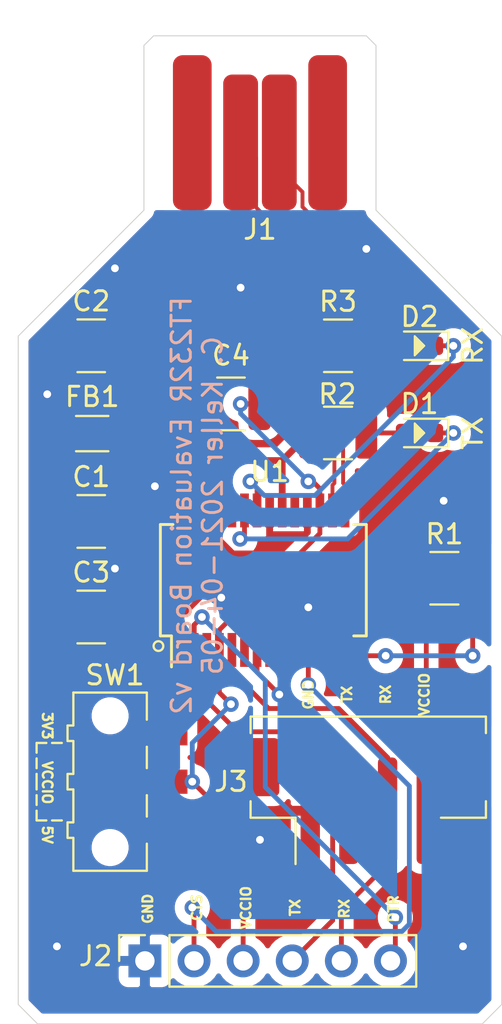
<source format=kicad_pcb>
(kicad_pcb (version 20171130) (host pcbnew 5.1.9)

  (general
    (thickness 1.6)
    (drawings 25)
    (tracks 153)
    (zones 0)
    (modules 15)
    (nets 17)
  )

  (page A4)
  (title_block
    (title "FT232R Evaluation Board")
    (date 2021-04-05)
    (rev 2)
    (company "Chris Keller")
  )

  (layers
    (0 F.Cu signal)
    (31 B.Cu signal)
    (32 B.Adhes user)
    (33 F.Adhes user)
    (34 B.Paste user)
    (35 F.Paste user)
    (36 B.SilkS user)
    (37 F.SilkS user)
    (38 B.Mask user)
    (39 F.Mask user)
    (40 Dwgs.User user)
    (41 Cmts.User user)
    (42 Eco1.User user)
    (43 Eco2.User user)
    (44 Edge.Cuts user)
    (45 Margin user)
    (46 B.CrtYd user)
    (47 F.CrtYd user)
    (48 B.Fab user)
    (49 F.Fab user)
  )

  (setup
    (last_trace_width 0.25)
    (trace_clearance 0.2)
    (zone_clearance 0.508)
    (zone_45_only no)
    (trace_min 0.2)
    (via_size 0.8)
    (via_drill 0.4)
    (via_min_size 0.4)
    (via_min_drill 0.3)
    (uvia_size 0.3)
    (uvia_drill 0.1)
    (uvias_allowed no)
    (uvia_min_size 0.2)
    (uvia_min_drill 0.1)
    (edge_width 0.05)
    (segment_width 0.2)
    (pcb_text_width 0.3)
    (pcb_text_size 1.5 1.5)
    (mod_edge_width 0.12)
    (mod_text_size 1 1)
    (mod_text_width 0.15)
    (pad_size 1.524 1.524)
    (pad_drill 0.762)
    (pad_to_mask_clearance 0)
    (aux_axis_origin 0 0)
    (visible_elements FFFFFF7F)
    (pcbplotparams
      (layerselection 0x010fc_ffffffff)
      (usegerberextensions false)
      (usegerberattributes true)
      (usegerberadvancedattributes true)
      (creategerberjobfile true)
      (excludeedgelayer true)
      (linewidth 0.100000)
      (plotframeref false)
      (viasonmask false)
      (mode 1)
      (useauxorigin false)
      (hpglpennumber 1)
      (hpglpenspeed 20)
      (hpglpendiameter 15.000000)
      (psnegative false)
      (psa4output false)
      (plotreference true)
      (plotvalue true)
      (plotinvisibletext false)
      (padsonsilk false)
      (subtractmaskfromsilk false)
      (outputformat 1)
      (mirror false)
      (drillshape 1)
      (scaleselection 1)
      (outputdirectory ""))
  )

  (net 0 "")
  (net 1 GND)
  (net 2 VCC)
  (net 3 VBUS)
  (net 4 +3V3)
  (net 5 "Net-(D1-Pad2)")
  (net 6 /TXLED)
  (net 7 "Net-(D2-Pad2)")
  (net 8 /RXLED)
  (net 9 /D+)
  (net 10 /D-)
  (net 11 /DTR)
  (net 12 /TXD)
  (net 13 /CTS)
  (net 14 /RXD)
  (net 15 /VIO)
  (net 16 /PWREN)

  (net_class Default "This is the default net class."
    (clearance 0.2)
    (trace_width 0.25)
    (via_dia 0.8)
    (via_drill 0.4)
    (uvia_dia 0.3)
    (uvia_drill 0.1)
    (add_net +3V3)
    (add_net /CTS)
    (add_net /D+)
    (add_net /D-)
    (add_net /DTR)
    (add_net /PWREN)
    (add_net /RXD)
    (add_net /RXLED)
    (add_net /TXD)
    (add_net /TXLED)
    (add_net /VIO)
    (add_net "Net-(D1-Pad2)")
    (add_net "Net-(D2-Pad2)")
  )

  (net_class Power ""
    (clearance 0.2)
    (trace_width 0.35)
    (via_dia 0.8)
    (via_drill 0.4)
    (uvia_dia 0.3)
    (uvia_drill 0.1)
    (add_net GND)
    (add_net VBUS)
    (add_net VCC)
  )

  (module LED_SMD:LED_0603_1608Metric (layer F.Cu) (tedit 606DE8FB) (tstamp 605C1925)
    (at 153.75 74.5 180)
    (descr "LED SMD 0603 (1608 Metric), square (rectangular) end terminal, IPC_7351 nominal, (Body size source: http://www.tortai-tech.com/upload/download/2011102023233369053.pdf), generated with kicad-footprint-generator")
    (tags LED)
    (path /60605117)
    (attr smd)
    (fp_text reference D1 (at 0 1.5 180) (layer F.SilkS)
      (effects (font (size 1 1) (thickness 0.15)))
    )
    (fp_text value TX (at -2.75 0 270) (layer F.SilkS)
      (effects (font (size 1 1) (thickness 0.15)))
    )
    (fp_line (start 1.48 0.73) (end -1.48 0.73) (layer F.CrtYd) (width 0.05))
    (fp_line (start 1.48 -0.73) (end 1.48 0.73) (layer F.CrtYd) (width 0.05))
    (fp_line (start -1.48 -0.73) (end 1.48 -0.73) (layer F.CrtYd) (width 0.05))
    (fp_line (start -1.48 0.73) (end -1.48 -0.73) (layer F.CrtYd) (width 0.05))
    (fp_line (start -1.485 0.735) (end 0.8 0.735) (layer F.SilkS) (width 0.12))
    (fp_line (start -1.485 -0.735) (end -1.485 0.735) (layer F.SilkS) (width 0.12))
    (fp_line (start 0.8 -0.735) (end -1.485 -0.735) (layer F.SilkS) (width 0.12))
    (fp_line (start 0.8 0.4) (end 0.8 -0.4) (layer F.Fab) (width 0.1))
    (fp_line (start -0.8 0.4) (end 0.8 0.4) (layer F.Fab) (width 0.1))
    (fp_line (start -0.8 -0.1) (end -0.8 0.4) (layer F.Fab) (width 0.1))
    (fp_line (start -0.5 -0.4) (end -0.8 -0.1) (layer F.Fab) (width 0.1))
    (fp_line (start 0.8 -0.4) (end -0.5 -0.4) (layer F.Fab) (width 0.1))
    (fp_text user %R (at 0 0 180) (layer F.Fab)
      (effects (font (size 0.4 0.4) (thickness 0.06)))
    )
    (fp_poly (pts (xy 0.25 0.5) (xy -0.25 0) (xy 0.25 -0.5)) (layer F.SilkS) (width 0.1))
    (pad 2 smd roundrect (at 0.7875 0 180) (size 0.875 0.95) (layers F.Cu F.Paste F.Mask) (roundrect_rratio 0.25)
      (net 5 "Net-(D1-Pad2)"))
    (pad 1 smd roundrect (at -0.7875 0 180) (size 0.875 0.95) (layers F.Cu F.Paste F.Mask) (roundrect_rratio 0.25)
      (net 6 /TXLED))
    (model ${KISYS3DMOD}/LED_SMD.3dshapes/LED_0603_1608Metric.wrl
      (at (xyz 0 0 0))
      (scale (xyz 1 1 1))
      (rotate (xyz 0 0 0))
    )
  )

  (module LED_SMD:LED_0603_1608Metric (layer F.Cu) (tedit 606DE8ED) (tstamp 605C1938)
    (at 153.75 70 180)
    (descr "LED SMD 0603 (1608 Metric), square (rectangular) end terminal, IPC_7351 nominal, (Body size source: http://www.tortai-tech.com/upload/download/2011102023233369053.pdf), generated with kicad-footprint-generator")
    (tags LED)
    (path /606057D5)
    (attr smd)
    (fp_text reference D2 (at 0 1.5 180) (layer F.SilkS)
      (effects (font (size 1 1) (thickness 0.15)))
    )
    (fp_text value RX (at -2.75 0 270) (layer F.SilkS)
      (effects (font (size 1 1) (thickness 0.15)))
    )
    (fp_line (start 1.48 0.73) (end -1.48 0.73) (layer F.CrtYd) (width 0.05))
    (fp_line (start 1.48 -0.73) (end 1.48 0.73) (layer F.CrtYd) (width 0.05))
    (fp_line (start -1.48 -0.73) (end 1.48 -0.73) (layer F.CrtYd) (width 0.05))
    (fp_line (start -1.48 0.73) (end -1.48 -0.73) (layer F.CrtYd) (width 0.05))
    (fp_line (start -1.485 0.735) (end 0.8 0.735) (layer F.SilkS) (width 0.12))
    (fp_line (start -1.485 -0.735) (end -1.485 0.735) (layer F.SilkS) (width 0.12))
    (fp_line (start 0.8 -0.735) (end -1.485 -0.735) (layer F.SilkS) (width 0.12))
    (fp_line (start 0.8 0.4) (end 0.8 -0.4) (layer F.Fab) (width 0.1))
    (fp_line (start -0.8 0.4) (end 0.8 0.4) (layer F.Fab) (width 0.1))
    (fp_line (start -0.8 -0.1) (end -0.8 0.4) (layer F.Fab) (width 0.1))
    (fp_line (start -0.5 -0.4) (end -0.8 -0.1) (layer F.Fab) (width 0.1))
    (fp_line (start 0.8 -0.4) (end -0.5 -0.4) (layer F.Fab) (width 0.1))
    (fp_text user %R (at 0 0 180) (layer F.Fab)
      (effects (font (size 0.4 0.4) (thickness 0.06)))
    )
    (fp_poly (pts (xy 0.25 0.5) (xy -0.25 0) (xy 0.25 -0.5)) (layer F.SilkS) (width 0.1))
    (pad 2 smd roundrect (at 0.7875 0 180) (size 0.875 0.95) (layers F.Cu F.Paste F.Mask) (roundrect_rratio 0.25)
      (net 7 "Net-(D2-Pad2)"))
    (pad 1 smd roundrect (at -0.7875 0 180) (size 0.875 0.95) (layers F.Cu F.Paste F.Mask) (roundrect_rratio 0.25)
      (net 8 /RXLED))
    (model ${KISYS3DMOD}/LED_SMD.3dshapes/LED_0603_1608Metric.wrl
      (at (xyz 0 0 0))
      (scale (xyz 1 1 1))
      (rotate (xyz 0 0 0))
    )
  )

  (module usb-a:USB-A_trace (layer F.Cu) (tedit 606B50B4) (tstamp 605C3C35)
    (at 145.5 63 180)
    (path /605B7437)
    (fp_text reference J1 (at 0 -1 180) (layer F.SilkS)
      (effects (font (size 1 1) (thickness 0.15)))
    )
    (fp_text value USB_A (at 0 8) (layer F.Fab)
      (effects (font (size 1 1) (thickness 0.15)))
    )
    (fp_line (start -6 8.5) (end -5.5 9) (layer B.CrtYd) (width 0.12))
    (fp_line (start -6 8.5) (end -5.5 9) (layer F.CrtYd) (width 0.12))
    (fp_line (start 5.5 9) (end 6 8.5) (layer F.CrtYd) (width 0.12))
    (fp_line (start 6 8.5) (end 5.5 9) (layer B.CrtYd) (width 0.12))
    (fp_line (start -6 8.5) (end -6 0) (layer Dwgs.User) (width 0.12))
    (fp_line (start 6 8.5) (end 6 0) (layer Dwgs.User) (width 0.12))
    (fp_line (start -0.5 9) (end 5.5 9) (layer Dwgs.User) (width 0.12))
    (fp_line (start 0 9) (end -5.5 9) (layer Dwgs.User) (width 0.12))
    (fp_line (start 5.5 9) (end -5.5 9) (layer F.CrtYd) (width 0.12))
    (fp_line (start -6 8.5) (end -6 -0.5) (layer F.CrtYd) (width 0.12))
    (fp_line (start -6 -0.5) (end 6 -0.5) (layer F.CrtYd) (width 0.12))
    (fp_line (start 6 -0.5) (end 6 8.5) (layer F.CrtYd) (width 0.12))
    (fp_line (start 5.5 9) (end -5.5 9) (layer B.CrtYd) (width 0.12))
    (fp_line (start -6 8.5) (end -6 -0.5) (layer B.CrtYd) (width 0.12))
    (fp_line (start -6 -0.5) (end 6 -0.5) (layer B.CrtYd) (width 0.12))
    (fp_line (start 6 -0.5) (end 6 8.5) (layer B.CrtYd) (width 0.12))
    (fp_line (start 5.5 9) (end 6 8.5) (layer Dwgs.User) (width 0.12))
    (fp_line (start -5.5 9) (end -6 8.5) (layer Dwgs.User) (width 0.12))
    (fp_text user "CUT OFF" (at -7 3.5 270) (layer Cmts.User)
      (effects (font (size 1 1) (thickness 0.15)))
    )
    (fp_text user "CUT OFF" (at 7 3.5 270) (layer Cmts.User)
      (effects (font (size 1 1) (thickness 0.15)))
    )
    (fp_text user "CUT OFF" (at 0 10 180) (layer Cmts.User)
      (effects (font (size 1 1) (thickness 0.15)))
    )
    (pad 4 smd roundrect (at -3.5 4 180) (size 2 8) (layers F.Cu F.Mask) (roundrect_rratio 0.25)
      (net 1 GND))
    (pad 3 smd roundrect (at -1 3.5 180) (size 1.8 7) (layers F.Cu F.Mask) (roundrect_rratio 0.25)
      (net 9 /D+))
    (pad 2 smd roundrect (at 1 3.5 180) (size 1.8 7) (layers F.Cu F.Mask) (roundrect_rratio 0.25)
      (net 10 /D-))
    (pad 1 smd roundrect (at 3.5 4 180) (size 2 8) (layers F.Cu F.Mask) (roundrect_rratio 0.25)
      (net 3 VBUS))
  )

  (module Connector_PinSocket_2.54mm:PinSocket_1x06_P2.54mm_Vertical (layer F.Cu) (tedit 5A19A430) (tstamp 605C1994)
    (at 139.55 101.75 90)
    (descr "Through hole straight socket strip, 1x06, 2.54mm pitch, single row (from Kicad 4.0.7), script generated")
    (tags "Through hole socket strip THT 1x06 2.54mm single row")
    (path /605F7C04)
    (fp_text reference J2 (at 0.25 -2.55 180) (layer F.SilkS)
      (effects (font (size 1 1) (thickness 0.15)))
    )
    (fp_text value FTDI (at 0 15.47 90) (layer F.Fab)
      (effects (font (size 1 1) (thickness 0.15)))
    )
    (fp_line (start -1.8 14.45) (end -1.8 -1.8) (layer F.CrtYd) (width 0.05))
    (fp_line (start 1.75 14.45) (end -1.8 14.45) (layer F.CrtYd) (width 0.05))
    (fp_line (start 1.75 -1.8) (end 1.75 14.45) (layer F.CrtYd) (width 0.05))
    (fp_line (start -1.8 -1.8) (end 1.75 -1.8) (layer F.CrtYd) (width 0.05))
    (fp_line (start 0 -1.33) (end 1.33 -1.33) (layer F.SilkS) (width 0.12))
    (fp_line (start 1.33 -1.33) (end 1.33 0) (layer F.SilkS) (width 0.12))
    (fp_line (start 1.33 1.27) (end 1.33 14.03) (layer F.SilkS) (width 0.12))
    (fp_line (start -1.33 14.03) (end 1.33 14.03) (layer F.SilkS) (width 0.12))
    (fp_line (start -1.33 1.27) (end -1.33 14.03) (layer F.SilkS) (width 0.12))
    (fp_line (start -1.33 1.27) (end 1.33 1.27) (layer F.SilkS) (width 0.12))
    (fp_line (start -1.27 13.97) (end -1.27 -1.27) (layer F.Fab) (width 0.1))
    (fp_line (start 1.27 13.97) (end -1.27 13.97) (layer F.Fab) (width 0.1))
    (fp_line (start 1.27 -0.635) (end 1.27 13.97) (layer F.Fab) (width 0.1))
    (fp_line (start 0.635 -1.27) (end 1.27 -0.635) (layer F.Fab) (width 0.1))
    (fp_line (start -1.27 -1.27) (end 0.635 -1.27) (layer F.Fab) (width 0.1))
    (fp_text user %R (at 0 6.35) (layer F.Fab)
      (effects (font (size 1 1) (thickness 0.15)))
    )
    (pad 6 thru_hole oval (at 0 12.7 90) (size 1.7 1.7) (drill 1) (layers *.Cu *.Mask)
      (net 11 /DTR))
    (pad 5 thru_hole oval (at 0 10.16 90) (size 1.7 1.7) (drill 1) (layers *.Cu *.Mask)
      (net 14 /RXD))
    (pad 4 thru_hole oval (at 0 7.62 90) (size 1.7 1.7) (drill 1) (layers *.Cu *.Mask)
      (net 12 /TXD))
    (pad 3 thru_hole oval (at 0 5.08 90) (size 1.7 1.7) (drill 1) (layers *.Cu *.Mask)
      (net 15 /VIO))
    (pad 2 thru_hole oval (at 0 2.54 90) (size 1.7 1.7) (drill 1) (layers *.Cu *.Mask)
      (net 13 /CTS))
    (pad 1 thru_hole rect (at 0 0 90) (size 1.7 1.7) (drill 1) (layers *.Cu *.Mask)
      (net 1 GND))
    (model ${KISYS3DMOD}/Connector_PinSocket_2.54mm.3dshapes/PinSocket_1x06_P2.54mm_Vertical.wrl
      (at (xyz 0 0 0))
      (scale (xyz 1 1 1))
      (rotate (xyz 0 0 0))
    )
  )

  (module Package_SO:SSOP-28_5.3x10.2mm_P0.65mm locked (layer F.Cu) (tedit 5A02F25C) (tstamp 605C1A80)
    (at 145.675 82.1 90)
    (descr "28-Lead Plastic Shrink Small Outline (SS)-5.30 mm Body [SSOP] (see Microchip Packaging Specification 00000049BS.pdf)")
    (tags "SSOP 0.65")
    (path /605B696F)
    (attr smd)
    (fp_text reference U1 (at 5.6 0.325 180) (layer F.SilkS)
      (effects (font (size 1 1) (thickness 0.15)))
    )
    (fp_text value FT232RL (at 0 6.25 90) (layer F.Fab)
      (effects (font (size 1 1) (thickness 0.15)))
    )
    (fp_line (start -2.875 -4.75) (end -4.475 -4.75) (layer F.SilkS) (width 0.15))
    (fp_line (start -2.875 5.325) (end 2.875 5.325) (layer F.SilkS) (width 0.15))
    (fp_line (start -2.875 -5.325) (end 2.875 -5.325) (layer F.SilkS) (width 0.15))
    (fp_line (start -2.875 5.325) (end -2.875 4.675) (layer F.SilkS) (width 0.15))
    (fp_line (start 2.875 5.325) (end 2.875 4.675) (layer F.SilkS) (width 0.15))
    (fp_line (start 2.875 -5.325) (end 2.875 -4.675) (layer F.SilkS) (width 0.15))
    (fp_line (start -2.875 -5.325) (end -2.875 -4.75) (layer F.SilkS) (width 0.15))
    (fp_line (start -4.75 5.5) (end 4.75 5.5) (layer F.CrtYd) (width 0.05))
    (fp_line (start -4.75 -5.5) (end 4.75 -5.5) (layer F.CrtYd) (width 0.05))
    (fp_line (start 4.75 -5.5) (end 4.75 5.5) (layer F.CrtYd) (width 0.05))
    (fp_line (start -4.75 -5.5) (end -4.75 5.5) (layer F.CrtYd) (width 0.05))
    (fp_line (start -2.65 -4.1) (end -1.65 -5.1) (layer F.Fab) (width 0.15))
    (fp_line (start -2.65 5.1) (end -2.65 -4.1) (layer F.Fab) (width 0.15))
    (fp_line (start 2.65 5.1) (end -2.65 5.1) (layer F.Fab) (width 0.15))
    (fp_line (start 2.65 -5.1) (end 2.65 5.1) (layer F.Fab) (width 0.15))
    (fp_line (start -1.65 -5.1) (end 2.65 -5.1) (layer F.Fab) (width 0.15))
    (fp_text user %R (at 0 0 90) (layer F.Fab)
      (effects (font (size 0.8 0.8) (thickness 0.15)))
    )
    (pad 28 smd rect (at 3.6 -4.225 90) (size 1.75 0.45) (layers F.Cu F.Paste F.Mask))
    (pad 27 smd rect (at 3.6 -3.575 90) (size 1.75 0.45) (layers F.Cu F.Paste F.Mask))
    (pad 26 smd rect (at 3.6 -2.925 90) (size 1.75 0.45) (layers F.Cu F.Paste F.Mask)
      (net 1 GND))
    (pad 25 smd rect (at 3.6 -2.275 90) (size 1.75 0.45) (layers F.Cu F.Paste F.Mask)
      (net 1 GND))
    (pad 24 smd rect (at 3.6 -1.625 90) (size 1.75 0.45) (layers F.Cu F.Paste F.Mask))
    (pad 23 smd rect (at 3.6 -0.975 90) (size 1.75 0.45) (layers F.Cu F.Paste F.Mask)
      (net 6 /TXLED))
    (pad 22 smd rect (at 3.6 -0.325 90) (size 1.75 0.45) (layers F.Cu F.Paste F.Mask)
      (net 8 /RXLED))
    (pad 21 smd rect (at 3.6 0.325 90) (size 1.75 0.45) (layers F.Cu F.Paste F.Mask)
      (net 1 GND))
    (pad 20 smd rect (at 3.6 0.975 90) (size 1.75 0.45) (layers F.Cu F.Paste F.Mask)
      (net 2 VCC))
    (pad 19 smd rect (at 3.6 1.625 90) (size 1.75 0.45) (layers F.Cu F.Paste F.Mask))
    (pad 18 smd rect (at 3.6 2.275 90) (size 1.75 0.45) (layers F.Cu F.Paste F.Mask)
      (net 1 GND))
    (pad 17 smd rect (at 3.6 2.925 90) (size 1.75 0.45) (layers F.Cu F.Paste F.Mask)
      (net 4 +3V3))
    (pad 16 smd rect (at 3.6 3.575 90) (size 1.75 0.45) (layers F.Cu F.Paste F.Mask)
      (net 10 /D-))
    (pad 15 smd rect (at 3.6 4.225 90) (size 1.75 0.45) (layers F.Cu F.Paste F.Mask)
      (net 9 /D+))
    (pad 14 smd rect (at -3.6 4.225 90) (size 1.75 0.45) (layers F.Cu F.Paste F.Mask)
      (net 16 /PWREN))
    (pad 13 smd rect (at -3.6 3.575 90) (size 1.75 0.45) (layers F.Cu F.Paste F.Mask))
    (pad 12 smd rect (at -3.6 2.925 90) (size 1.75 0.45) (layers F.Cu F.Paste F.Mask))
    (pad 11 smd rect (at -3.6 2.275 90) (size 1.75 0.45) (layers F.Cu F.Paste F.Mask)
      (net 13 /CTS))
    (pad 10 smd rect (at -3.6 1.625 90) (size 1.75 0.45) (layers F.Cu F.Paste F.Mask))
    (pad 9 smd rect (at -3.6 0.975 90) (size 1.75 0.45) (layers F.Cu F.Paste F.Mask))
    (pad 8 smd rect (at -3.6 0.325 90) (size 1.75 0.45) (layers F.Cu F.Paste F.Mask))
    (pad 7 smd rect (at -3.6 -0.325 90) (size 1.75 0.45) (layers F.Cu F.Paste F.Mask)
      (net 1 GND))
    (pad 6 smd rect (at -3.6 -0.975 90) (size 1.75 0.45) (layers F.Cu F.Paste F.Mask))
    (pad 5 smd rect (at -3.6 -1.625 90) (size 1.75 0.45) (layers F.Cu F.Paste F.Mask)
      (net 14 /RXD))
    (pad 4 smd rect (at -3.6 -2.275 90) (size 1.75 0.45) (layers F.Cu F.Paste F.Mask)
      (net 15 /VIO))
    (pad 3 smd rect (at -3.6 -2.925 90) (size 1.75 0.45) (layers F.Cu F.Paste F.Mask))
    (pad 2 smd rect (at -3.6 -3.575 90) (size 1.75 0.45) (layers F.Cu F.Paste F.Mask)
      (net 11 /DTR))
    (pad 1 smd rect (at -3.6 -4.225 90) (size 1.75 0.45) (layers F.Cu F.Paste F.Mask)
      (net 12 /TXD))
    (model ${KISYS3DMOD}/Package_SO.3dshapes/SSOP-28_5.3x10.2mm_P0.65mm.wrl
      (at (xyz 0 0 0))
      (scale (xyz 1 1 1))
      (rotate (xyz 0 0 0))
    )
  )

  (module Button_Switch_SMD:SW_SPDT_CK-JS102011SAQN (layer F.Cu) (tedit 606B4E04) (tstamp 605C1A4F)
    (at 137.75 92.5 270)
    (descr "Sub-miniature slide switch, right-angle, http://www.ckswitches.com/media/1422/js.pdf")
    (tags "switch spdt")
    (path /606365C3)
    (attr smd)
    (fp_text reference SW1 (at -5.5 -0.25 180) (layer F.SilkS)
      (effects (font (size 1 1) (thickness 0.15)))
    )
    (fp_text value VIO_SEL (at 0 -2.9 90) (layer F.Fab)
      (effects (font (size 1 1) (thickness 0.15)))
    )
    (fp_line (start -4.5 -1.8) (end 4.5 -1.8) (layer F.Fab) (width 0.1))
    (fp_line (start 4.5 -1.8) (end 4.5 1.8) (layer F.Fab) (width 0.1))
    (fp_line (start 4.5 1.8) (end -4.4 1.8) (layer F.Fab) (width 0.1))
    (fp_line (start -4.4 1.8) (end -4.5 1.8) (layer F.Fab) (width 0.1))
    (fp_line (start -4.5 1.8) (end -4.5 1.8) (layer F.Fab) (width 0.1))
    (fp_line (start -4.5 -1.8) (end -4.5 1.8) (layer F.Fab) (width 0.1))
    (fp_line (start -4.5 1.8) (end -4.5 1.8) (layer F.Fab) (width 0.1))
    (fp_line (start -1.5 1.8) (end -1.5 1.8) (layer F.Fab) (width 0.1))
    (fp_line (start 3.2 -1.9) (end 4.6 -1.9) (layer F.SilkS) (width 0.12))
    (fp_line (start 4.6 -1.9) (end 4.6 1.9) (layer F.SilkS) (width 0.12))
    (fp_line (start -4.6 1.9) (end -4.6 -1.9) (layer F.SilkS) (width 0.12))
    (fp_line (start -4.6 -1.9) (end -3.2 -1.9) (layer F.SilkS) (width 0.12))
    (fp_line (start 1.8 -1.9) (end 0.7 -1.9) (layer F.SilkS) (width 0.12))
    (fp_line (start 0.7 -1.9) (end 0.7 -1.9) (layer F.SilkS) (width 0.12))
    (fp_line (start -0.7 -1.9) (end -1.8 -1.9) (layer F.SilkS) (width 0.12))
    (fp_line (start -1.8 -1.9) (end -1.8 -1.9) (layer F.SilkS) (width 0.12))
    (fp_line (start 0.3 1.8) (end 0.3 2.1) (layer F.Fab) (width 0.1))
    (fp_line (start 0.3 2.1) (end -0.3 2.1) (layer F.Fab) (width 0.1))
    (fp_line (start -0.3 2.1) (end -0.3 1.8) (layer F.Fab) (width 0.1))
    (fp_line (start -0.3 1.8) (end -0.3 1.8) (layer F.Fab) (width 0.1))
    (fp_line (start -2.2 1.8) (end -2.2 2.1) (layer F.Fab) (width 0.1))
    (fp_line (start -2.2 2.1) (end -2.8 2.1) (layer F.Fab) (width 0.1))
    (fp_line (start -2.8 2.1) (end -2.8 1.8) (layer F.Fab) (width 0.1))
    (fp_line (start -2.8 1.8) (end -2.8 1.8) (layer F.Fab) (width 0.1))
    (fp_line (start 2.2 1.8) (end 2.2 2.1) (layer F.Fab) (width 0.1))
    (fp_line (start 2.2 2.1) (end 2.8 2.1) (layer F.Fab) (width 0.1))
    (fp_line (start 2.8 2.1) (end 2.8 1.8) (layer F.Fab) (width 0.1))
    (fp_line (start 2.8 1.8) (end 2.8 1.8) (layer F.Fab) (width 0.1))
    (fp_line (start 4.6 1.9) (end 2.9 1.9) (layer F.SilkS) (width 0.12))
    (fp_line (start 2.9 1.9) (end 2.9 2.2) (layer F.SilkS) (width 0.12))
    (fp_line (start 2.9 2.2) (end 2.1 2.2) (layer F.SilkS) (width 0.12))
    (fp_line (start 2.1 2.2) (end 2.1 1.9) (layer F.SilkS) (width 0.12))
    (fp_line (start 2.1 1.9) (end 0.4 1.9) (layer F.SilkS) (width 0.12))
    (fp_line (start 0.4 1.9) (end 0.4 2.2) (layer F.SilkS) (width 0.12))
    (fp_line (start 0.4 2.2) (end -0.4 2.2) (layer F.SilkS) (width 0.12))
    (fp_line (start -0.4 2.2) (end -0.4 1.9) (layer F.SilkS) (width 0.12))
    (fp_line (start -0.4 1.9) (end -2.1 1.9) (layer F.SilkS) (width 0.12))
    (fp_line (start -2.1 1.9) (end -2.1 2.2) (layer F.SilkS) (width 0.12))
    (fp_line (start -2.1 2.2) (end -2.9 2.2) (layer F.SilkS) (width 0.12))
    (fp_line (start -2.9 2.2) (end -2.9 1.9) (layer F.SilkS) (width 0.12))
    (fp_line (start -2.9 1.9) (end -4.6 1.9) (layer F.SilkS) (width 0.12))
    (fp_line (start -4.6 1.9) (end -4.6 1.9) (layer F.SilkS) (width 0.12))
    (fp_line (start -0.5 1.8) (end -0.5 3.8) (layer F.Fab) (width 0.1))
    (fp_line (start -0.5 3.8) (end -2 3.8) (layer F.Fab) (width 0.1))
    (fp_line (start -2 3.8) (end -2 1.8) (layer F.Fab) (width 0.1))
    (fp_line (start -2 1.8) (end -2 1.8) (layer F.Fab) (width 0.1))
    (fp_line (start -5 -2.25) (end -5 2.25) (layer F.CrtYd) (width 0.05))
    (fp_line (start -5 2.25) (end -3.25 2.25) (layer F.CrtYd) (width 0.05))
    (fp_line (start -3.25 2.25) (end -3.25 2.75) (layer F.CrtYd) (width 0.05))
    (fp_line (start -3.25 2.75) (end -2.5 2.75) (layer F.CrtYd) (width 0.05))
    (fp_line (start -2.5 2.75) (end -2.5 4.25) (layer F.CrtYd) (width 0.05))
    (fp_line (start -2.5 4.25) (end 2.5 4.25) (layer F.CrtYd) (width 0.05))
    (fp_line (start 2.5 4.25) (end 2.5 2.5) (layer F.CrtYd) (width 0.05))
    (fp_line (start 2.5 2.5) (end 3.25 2.5) (layer F.CrtYd) (width 0.05))
    (fp_line (start 3.25 2.5) (end 3.25 2.25) (layer F.CrtYd) (width 0.05))
    (fp_line (start 3.25 2.25) (end 5 2.25) (layer F.CrtYd) (width 0.05))
    (fp_line (start 5 2.25) (end 5 -2.25) (layer F.CrtYd) (width 0.05))
    (fp_line (start 5 -2.25) (end 3.5 -2.25) (layer F.CrtYd) (width 0.05))
    (fp_line (start 3.5 -2.25) (end 3.5 -4.5) (layer F.CrtYd) (width 0.05))
    (fp_line (start 3.5 -4.5) (end -3.5 -4.5) (layer F.CrtYd) (width 0.05))
    (fp_line (start -3.5 -4.5) (end -3.5 -2.25) (layer F.CrtYd) (width 0.05))
    (fp_line (start -3.5 -2.25) (end -5 -2.25) (layer F.CrtYd) (width 0.05))
    (fp_line (start -5 -2.25) (end -5 -2.25) (layer F.CrtYd) (width 0.05))
    (fp_line (start -2 3.8) (end -2 3.3) (layer F.SilkS) (width 0.12))
    (fp_line (start -2 3.3) (end -2 3.3) (layer F.SilkS) (width 0.12))
    (fp_line (start -2 3.8) (end -1.5 3.8) (layer F.SilkS) (width 0.12))
    (fp_line (start -1.5 3.8) (end -1.5 3.8) (layer F.SilkS) (width 0.12))
    (fp_line (start 2 3.8) (end 1.5 3.8) (layer F.SilkS) (width 0.12))
    (fp_line (start 1.5 3.8) (end 1.5 3.8) (layer F.SilkS) (width 0.12))
    (fp_line (start 2 3.8) (end 2 3.3) (layer F.SilkS) (width 0.12))
    (fp_line (start 2 3.3) (end 2 3.3) (layer F.SilkS) (width 0.12))
    (fp_line (start 2 3) (end 2 2.5) (layer F.SilkS) (width 0.12))
    (fp_line (start 2 2.5) (end 2 2.5) (layer F.SilkS) (width 0.12))
    (fp_line (start -2 3) (end -2 2.5) (layer F.SilkS) (width 0.12))
    (fp_line (start -2 2.5) (end -2 2.5) (layer F.SilkS) (width 0.12))
    (fp_line (start -1.2 3.8) (end -0.7 3.8) (layer F.SilkS) (width 0.12))
    (fp_line (start -0.7 3.8) (end -0.7 3.8) (layer F.SilkS) (width 0.12))
    (fp_line (start 1.2 3.8) (end 0.7 3.8) (layer F.SilkS) (width 0.12))
    (fp_line (start 0.7 3.8) (end 0.7 3.8) (layer F.SilkS) (width 0.12))
    (fp_line (start 0.4 3.8) (end -0.4 3.8) (layer F.SilkS) (width 0.12))
    (fp_line (start -0.4 3.8) (end -0.4 3.8) (layer F.SilkS) (width 0.12))
    (fp_text user %R (at 0 0 90) (layer F.Fab)
      (effects (font (size 1 1) (thickness 0.15)))
    )
    (pad "" np_thru_hole circle (at 3.4 0 270) (size 0.9 0.9) (drill 0.9) (layers *.Cu *.Mask))
    (pad "" np_thru_hole circle (at -3.4 0 270) (size 0.9 0.9) (drill 0.9) (layers *.Cu *.Mask))
    (pad 3 smd rect (at 2.5 -2.75 270) (size 1.25 2.5) (layers F.Cu F.Paste F.Mask)
      (net 2 VCC))
    (pad 2 smd rect (at 0 -2.75 270) (size 1.25 2.5) (layers F.Cu F.Paste F.Mask)
      (net 15 /VIO))
    (pad 1 smd rect (at -2.5 -2.75 270) (size 1.25 2.5) (layers F.Cu F.Paste F.Mask)
      (net 4 +3V3))
    (model ${KISYS3DMOD}/Button_Switch_SMD.3dshapes/SW_SPDT_CK-JS102011SAQN.wrl
      (at (xyz 0 0 0))
      (scale (xyz 1 1 1))
      (rotate (xyz 0 0 0))
    )
    (model ${KIPRJMOD}/Libraries/JS102011SAQN.stp
      (at (xyz 0 0 0))
      (scale (xyz 1 1 1))
      (rotate (xyz -90 0 0))
    )
  )

  (module Resistor_SMD:R_1210_3225Metric (layer F.Cu) (tedit 5F68FEEE) (tstamp 605C19F4)
    (at 149.5375 70)
    (descr "Resistor SMD 1210 (3225 Metric), square (rectangular) end terminal, IPC_7351 nominal, (Body size source: IPC-SM-782 page 72, https://www.pcb-3d.com/wordpress/wp-content/uploads/ipc-sm-782a_amendment_1_and_2.pdf), generated with kicad-footprint-generator")
    (tags resistor)
    (path /60604853)
    (attr smd)
    (fp_text reference R3 (at 0 -2.28) (layer F.SilkS)
      (effects (font (size 1 1) (thickness 0.15)))
    )
    (fp_text value 270Ω (at 0 2.28) (layer F.Fab)
      (effects (font (size 1 1) (thickness 0.15)))
    )
    (fp_line (start 2.28 1.58) (end -2.28 1.58) (layer F.CrtYd) (width 0.05))
    (fp_line (start 2.28 -1.58) (end 2.28 1.58) (layer F.CrtYd) (width 0.05))
    (fp_line (start -2.28 -1.58) (end 2.28 -1.58) (layer F.CrtYd) (width 0.05))
    (fp_line (start -2.28 1.58) (end -2.28 -1.58) (layer F.CrtYd) (width 0.05))
    (fp_line (start -0.723737 1.355) (end 0.723737 1.355) (layer F.SilkS) (width 0.12))
    (fp_line (start -0.723737 -1.355) (end 0.723737 -1.355) (layer F.SilkS) (width 0.12))
    (fp_line (start 1.6 1.245) (end -1.6 1.245) (layer F.Fab) (width 0.1))
    (fp_line (start 1.6 -1.245) (end 1.6 1.245) (layer F.Fab) (width 0.1))
    (fp_line (start -1.6 -1.245) (end 1.6 -1.245) (layer F.Fab) (width 0.1))
    (fp_line (start -1.6 1.245) (end -1.6 -1.245) (layer F.Fab) (width 0.1))
    (fp_text user %R (at 0 0) (layer F.Fab)
      (effects (font (size 0.8 0.8) (thickness 0.12)))
    )
    (pad 2 smd roundrect (at 1.4625 0) (size 1.125 2.65) (layers F.Cu F.Paste F.Mask) (roundrect_rratio 0.222222)
      (net 7 "Net-(D2-Pad2)"))
    (pad 1 smd roundrect (at -1.4625 0) (size 1.125 2.65) (layers F.Cu F.Paste F.Mask) (roundrect_rratio 0.222222)
      (net 2 VCC))
    (model ${KISYS3DMOD}/Resistor_SMD.3dshapes/R_1210_3225Metric.wrl
      (at (xyz 0 0 0))
      (scale (xyz 1 1 1))
      (rotate (xyz 0 0 0))
    )
  )

  (module Resistor_SMD:R_1210_3225Metric (layer F.Cu) (tedit 5F68FEEE) (tstamp 605C19E3)
    (at 149.5375 74.5 180)
    (descr "Resistor SMD 1210 (3225 Metric), square (rectangular) end terminal, IPC_7351 nominal, (Body size source: IPC-SM-782 page 72, https://www.pcb-3d.com/wordpress/wp-content/uploads/ipc-sm-782a_amendment_1_and_2.pdf), generated with kicad-footprint-generator")
    (tags resistor)
    (path /6060429C)
    (attr smd)
    (fp_text reference R2 (at 0.0375 2) (layer F.SilkS)
      (effects (font (size 1 1) (thickness 0.15)))
    )
    (fp_text value 270Ω (at 0 2.28) (layer F.Fab)
      (effects (font (size 1 1) (thickness 0.15)))
    )
    (fp_line (start 2.28 1.58) (end -2.28 1.58) (layer F.CrtYd) (width 0.05))
    (fp_line (start 2.28 -1.58) (end 2.28 1.58) (layer F.CrtYd) (width 0.05))
    (fp_line (start -2.28 -1.58) (end 2.28 -1.58) (layer F.CrtYd) (width 0.05))
    (fp_line (start -2.28 1.58) (end -2.28 -1.58) (layer F.CrtYd) (width 0.05))
    (fp_line (start -0.723737 1.355) (end 0.723737 1.355) (layer F.SilkS) (width 0.12))
    (fp_line (start -0.723737 -1.355) (end 0.723737 -1.355) (layer F.SilkS) (width 0.12))
    (fp_line (start 1.6 1.245) (end -1.6 1.245) (layer F.Fab) (width 0.1))
    (fp_line (start 1.6 -1.245) (end 1.6 1.245) (layer F.Fab) (width 0.1))
    (fp_line (start -1.6 -1.245) (end 1.6 -1.245) (layer F.Fab) (width 0.1))
    (fp_line (start -1.6 1.245) (end -1.6 -1.245) (layer F.Fab) (width 0.1))
    (fp_text user %R (at 0 0) (layer F.Fab)
      (effects (font (size 0.8 0.8) (thickness 0.12)))
    )
    (pad 2 smd roundrect (at 1.4625 0 180) (size 1.125 2.65) (layers F.Cu F.Paste F.Mask) (roundrect_rratio 0.222222)
      (net 2 VCC))
    (pad 1 smd roundrect (at -1.4625 0 180) (size 1.125 2.65) (layers F.Cu F.Paste F.Mask) (roundrect_rratio 0.222222)
      (net 5 "Net-(D1-Pad2)"))
    (model ${KISYS3DMOD}/Resistor_SMD.3dshapes/R_1210_3225Metric.wrl
      (at (xyz 0 0 0))
      (scale (xyz 1 1 1))
      (rotate (xyz 0 0 0))
    )
  )

  (module Resistor_SMD:R_1210_3225Metric (layer F.Cu) (tedit 5F68FEEE) (tstamp 605C19D2)
    (at 155.0375 82)
    (descr "Resistor SMD 1210 (3225 Metric), square (rectangular) end terminal, IPC_7351 nominal, (Body size source: IPC-SM-782 page 72, https://www.pcb-3d.com/wordpress/wp-content/uploads/ipc-sm-782a_amendment_1_and_2.pdf), generated with kicad-footprint-generator")
    (tags resistor)
    (path /605D367B)
    (attr smd)
    (fp_text reference R1 (at 0 -2.28) (layer F.SilkS)
      (effects (font (size 1 1) (thickness 0.15)))
    )
    (fp_text value 10kΩ (at 0 2.28) (layer F.Fab)
      (effects (font (size 1 1) (thickness 0.15)))
    )
    (fp_line (start 2.28 1.58) (end -2.28 1.58) (layer F.CrtYd) (width 0.05))
    (fp_line (start 2.28 -1.58) (end 2.28 1.58) (layer F.CrtYd) (width 0.05))
    (fp_line (start -2.28 -1.58) (end 2.28 -1.58) (layer F.CrtYd) (width 0.05))
    (fp_line (start -2.28 1.58) (end -2.28 -1.58) (layer F.CrtYd) (width 0.05))
    (fp_line (start -0.723737 1.355) (end 0.723737 1.355) (layer F.SilkS) (width 0.12))
    (fp_line (start -0.723737 -1.355) (end 0.723737 -1.355) (layer F.SilkS) (width 0.12))
    (fp_line (start 1.6 1.245) (end -1.6 1.245) (layer F.Fab) (width 0.1))
    (fp_line (start 1.6 -1.245) (end 1.6 1.245) (layer F.Fab) (width 0.1))
    (fp_line (start -1.6 -1.245) (end 1.6 -1.245) (layer F.Fab) (width 0.1))
    (fp_line (start -1.6 1.245) (end -1.6 -1.245) (layer F.Fab) (width 0.1))
    (fp_text user %R (at 0 0) (layer F.Fab)
      (effects (font (size 0.8 0.8) (thickness 0.12)))
    )
    (pad 2 smd roundrect (at 1.4625 0) (size 1.125 2.65) (layers F.Cu F.Paste F.Mask) (roundrect_rratio 0.222222)
      (net 16 /PWREN))
    (pad 1 smd roundrect (at -1.4625 0) (size 1.125 2.65) (layers F.Cu F.Paste F.Mask) (roundrect_rratio 0.222222)
      (net 15 /VIO))
    (model ${KISYS3DMOD}/Resistor_SMD.3dshapes/R_1210_3225Metric.wrl
      (at (xyz 0 0 0))
      (scale (xyz 1 1 1))
      (rotate (xyz 0 0 0))
    )
  )

  (module Connector_JST:JST_PH_B4B-PH-SM4-TB_1x04-1MP_P2.00mm_Vertical (layer F.Cu) (tedit 606B4E96) (tstamp 605C19C1)
    (at 151.1 93.5)
    (descr "JST PH series connector, B4B-PH-SM4-TB (http://www.jst-mfg.com/product/pdf/eng/ePH.pdf), generated with kicad-footprint-generator")
    (tags "connector JST PH side entry")
    (path /605F94B2)
    (attr smd)
    (fp_text reference J3 (at -7.1 -1) (layer F.SilkS)
      (effects (font (size 1 1) (thickness 0.15)))
    )
    (fp_text value JST (at 0 4.45) (layer F.Fab)
      (effects (font (size 1 1) (thickness 0.15)))
    )
    (fp_line (start -3 0.042893) (end -2.5 0.75) (layer F.Fab) (width 0.1))
    (fp_line (start -3.5 0.75) (end -3 0.042893) (layer F.Fab) (width 0.1))
    (fp_line (start 6.7 -4.75) (end -6.7 -4.75) (layer F.CrtYd) (width 0.05))
    (fp_line (start 6.7 3.75) (end 6.7 -4.75) (layer F.CrtYd) (width 0.05))
    (fp_line (start -6.7 3.75) (end 6.7 3.75) (layer F.CrtYd) (width 0.05))
    (fp_line (start -6.7 -4.75) (end -6.7 3.75) (layer F.CrtYd) (width 0.05))
    (fp_line (start 3.25 -2.75) (end 2.75 -2.75) (layer F.Fab) (width 0.1))
    (fp_line (start 3.25 -2.25) (end 3.25 -2.75) (layer F.Fab) (width 0.1))
    (fp_line (start 2.75 -2.25) (end 3.25 -2.25) (layer F.Fab) (width 0.1))
    (fp_line (start 2.75 -2.75) (end 2.75 -2.25) (layer F.Fab) (width 0.1))
    (fp_line (start 1.25 -2.75) (end 0.75 -2.75) (layer F.Fab) (width 0.1))
    (fp_line (start 1.25 -2.25) (end 1.25 -2.75) (layer F.Fab) (width 0.1))
    (fp_line (start 0.75 -2.25) (end 1.25 -2.25) (layer F.Fab) (width 0.1))
    (fp_line (start 0.75 -2.75) (end 0.75 -2.25) (layer F.Fab) (width 0.1))
    (fp_line (start -0.75 -2.75) (end -1.25 -2.75) (layer F.Fab) (width 0.1))
    (fp_line (start -0.75 -2.25) (end -0.75 -2.75) (layer F.Fab) (width 0.1))
    (fp_line (start -1.25 -2.25) (end -0.75 -2.25) (layer F.Fab) (width 0.1))
    (fp_line (start -1.25 -2.75) (end -1.25 -2.25) (layer F.Fab) (width 0.1))
    (fp_line (start -2.75 -2.75) (end -3.25 -2.75) (layer F.Fab) (width 0.1))
    (fp_line (start -2.75 -2.25) (end -2.75 -2.75) (layer F.Fab) (width 0.1))
    (fp_line (start -3.25 -2.25) (end -2.75 -2.25) (layer F.Fab) (width 0.1))
    (fp_line (start -3.25 -2.75) (end -3.25 -2.25) (layer F.Fab) (width 0.1))
    (fp_line (start 5.975 0.75) (end 5.975 -4.25) (layer F.Fab) (width 0.1))
    (fp_line (start -5.975 0.75) (end -5.975 -4.25) (layer F.Fab) (width 0.1))
    (fp_line (start -5.975 -4.25) (end 5.975 -4.25) (layer F.Fab) (width 0.1))
    (fp_line (start 6.085 -4.36) (end 6.085 -3.51) (layer F.SilkS) (width 0.12))
    (fp_line (start -6.085 -4.36) (end 6.085 -4.36) (layer F.SilkS) (width 0.12))
    (fp_line (start -6.085 -3.51) (end -6.085 -4.36) (layer F.SilkS) (width 0.12))
    (fp_line (start 6.085 0.86) (end 3.76 0.86) (layer F.SilkS) (width 0.12))
    (fp_line (start 6.085 0.01) (end 6.085 0.86) (layer F.SilkS) (width 0.12))
    (fp_line (start -3.76 0.86) (end -3.76 3.25) (layer F.SilkS) (width 0.12))
    (fp_line (start -6.085 0.86) (end -3.76 0.86) (layer F.SilkS) (width 0.12))
    (fp_line (start -6.085 0.01) (end -6.085 0.86) (layer F.SilkS) (width 0.12))
    (fp_line (start -5.975 0.75) (end 5.975 0.75) (layer F.Fab) (width 0.1))
    (fp_text user %R (at 0 -1) (layer F.Fab)
      (effects (font (size 1 1) (thickness 0.15)))
    )
    (pad MP smd roundrect (at 5.4 -1.75) (size 1.6 3) (layers F.Cu F.Paste F.Mask) (roundrect_rratio 0.15625))
    (pad MP smd roundrect (at -5.4 -1.75) (size 1.6 3) (layers F.Cu F.Paste F.Mask) (roundrect_rratio 0.15625))
    (pad 4 smd roundrect (at 3 0.5) (size 1 5.5) (layers F.Cu F.Paste F.Mask) (roundrect_rratio 0.25)
      (net 15 /VIO))
    (pad 3 smd roundrect (at 1 0.5) (size 1 5.5) (layers F.Cu F.Paste F.Mask) (roundrect_rratio 0.25)
      (net 14 /RXD))
    (pad 2 smd roundrect (at -1 0.5) (size 1 5.5) (layers F.Cu F.Paste F.Mask) (roundrect_rratio 0.25)
      (net 12 /TXD))
    (pad 1 smd roundrect (at -3 0.5) (size 1 5.5) (layers F.Cu F.Paste F.Mask) (roundrect_rratio 0.25)
      (net 1 GND))
    (model ${KISYS3DMOD}/Connector_JST.3dshapes/JST_PH_B4B-PH-SM4-TB_1x04-1MP_P2.00mm_Vertical.wrl
      (at (xyz 0 0 0))
      (scale (xyz 1 1 1))
      (rotate (xyz 0 0 0))
    )
    (model ${KIPRJMOD}/Libraries/B4B-PH-SM4-TBT_LF__SN_.stp
      (offset (xyz 0 1.75 0))
      (scale (xyz 1 1 1))
      (rotate (xyz 0 0 0))
    )
  )

  (module Inductor_SMD:L_1206_3216Metric (layer F.Cu) (tedit 5F68FEF0) (tstamp 605C1949)
    (at 136.825 74.533333)
    (descr "Inductor SMD 1206 (3216 Metric), square (rectangular) end terminal, IPC_7351 nominal, (Body size source: IPC-SM-782 page 80, https://www.pcb-3d.com/wordpress/wp-content/uploads/ipc-sm-782a_amendment_1_and_2.pdf), generated with kicad-footprint-generator")
    (tags inductor)
    (path /605BCB13)
    (attr smd)
    (fp_text reference FB1 (at 0 -1.9) (layer F.SilkS)
      (effects (font (size 1 1) (thickness 0.15)))
    )
    (fp_text value Ferrite_Bead (at 0 1.9) (layer F.Fab)
      (effects (font (size 1 1) (thickness 0.15)))
    )
    (fp_line (start 2.35 1.2) (end -2.35 1.2) (layer F.CrtYd) (width 0.05))
    (fp_line (start 2.35 -1.2) (end 2.35 1.2) (layer F.CrtYd) (width 0.05))
    (fp_line (start -2.35 -1.2) (end 2.35 -1.2) (layer F.CrtYd) (width 0.05))
    (fp_line (start -2.35 1.2) (end -2.35 -1.2) (layer F.CrtYd) (width 0.05))
    (fp_line (start -0.835242 0.91) (end 0.835242 0.91) (layer F.SilkS) (width 0.12))
    (fp_line (start -0.835242 -0.91) (end 0.835242 -0.91) (layer F.SilkS) (width 0.12))
    (fp_line (start 1.6 0.8) (end -1.6 0.8) (layer F.Fab) (width 0.1))
    (fp_line (start 1.6 -0.8) (end 1.6 0.8) (layer F.Fab) (width 0.1))
    (fp_line (start -1.6 -0.8) (end 1.6 -0.8) (layer F.Fab) (width 0.1))
    (fp_line (start -1.6 0.8) (end -1.6 -0.8) (layer F.Fab) (width 0.1))
    (fp_text user %R (at 0 0) (layer F.Fab)
      (effects (font (size 0.8 0.8) (thickness 0.12)))
    )
    (pad 2 smd roundrect (at 1.575 0) (size 1.05 1.9) (layers F.Cu F.Paste F.Mask) (roundrect_rratio 0.238095)
      (net 3 VBUS))
    (pad 1 smd roundrect (at -1.575 0) (size 1.05 1.9) (layers F.Cu F.Paste F.Mask) (roundrect_rratio 0.238095)
      (net 2 VCC))
    (model ${KISYS3DMOD}/Inductor_SMD.3dshapes/L_1206_3216Metric.wrl
      (at (xyz 0 0 0))
      (scale (xyz 1 1 1))
      (rotate (xyz 0 0 0))
    )
  )

  (module Capacitor_SMD:C_1210_3225Metric (layer F.Cu) (tedit 5F68FEEE) (tstamp 605C1912)
    (at 144 73 180)
    (descr "Capacitor SMD 1210 (3225 Metric), square (rectangular) end terminal, IPC_7351 nominal, (Body size source: IPC-SM-782 page 76, https://www.pcb-3d.com/wordpress/wp-content/uploads/ipc-sm-782a_amendment_1_and_2.pdf), generated with kicad-footprint-generator")
    (tags capacitor)
    (path /605CC071)
    (attr smd)
    (fp_text reference C4 (at 0 2.5) (layer F.SilkS)
      (effects (font (size 1 1) (thickness 0.15)))
    )
    (fp_text value 100nF (at 0 2.3) (layer F.Fab)
      (effects (font (size 1 1) (thickness 0.15)))
    )
    (fp_line (start 2.3 1.6) (end -2.3 1.6) (layer F.CrtYd) (width 0.05))
    (fp_line (start 2.3 -1.6) (end 2.3 1.6) (layer F.CrtYd) (width 0.05))
    (fp_line (start -2.3 -1.6) (end 2.3 -1.6) (layer F.CrtYd) (width 0.05))
    (fp_line (start -2.3 1.6) (end -2.3 -1.6) (layer F.CrtYd) (width 0.05))
    (fp_line (start -0.711252 1.36) (end 0.711252 1.36) (layer F.SilkS) (width 0.12))
    (fp_line (start -0.711252 -1.36) (end 0.711252 -1.36) (layer F.SilkS) (width 0.12))
    (fp_line (start 1.6 1.25) (end -1.6 1.25) (layer F.Fab) (width 0.1))
    (fp_line (start 1.6 -1.25) (end 1.6 1.25) (layer F.Fab) (width 0.1))
    (fp_line (start -1.6 -1.25) (end 1.6 -1.25) (layer F.Fab) (width 0.1))
    (fp_line (start -1.6 1.25) (end -1.6 -1.25) (layer F.Fab) (width 0.1))
    (fp_text user %R (at 0 0) (layer F.Fab)
      (effects (font (size 0.8 0.8) (thickness 0.12)))
    )
    (pad 2 smd roundrect (at 1.475 0 180) (size 1.15 2.7) (layers F.Cu F.Paste F.Mask) (roundrect_rratio 0.217391)
      (net 1 GND))
    (pad 1 smd roundrect (at -1.475 0 180) (size 1.15 2.7) (layers F.Cu F.Paste F.Mask) (roundrect_rratio 0.217391)
      (net 4 +3V3))
    (model ${KISYS3DMOD}/Capacitor_SMD.3dshapes/C_1210_3225Metric.wrl
      (at (xyz 0 0 0))
      (scale (xyz 1 1 1))
      (rotate (xyz 0 0 0))
    )
  )

  (module Capacitor_SMD:C_1210_3225Metric (layer F.Cu) (tedit 5F68FEEE) (tstamp 605C1901)
    (at 136.775 84)
    (descr "Capacitor SMD 1210 (3225 Metric), square (rectangular) end terminal, IPC_7351 nominal, (Body size source: IPC-SM-782 page 76, https://www.pcb-3d.com/wordpress/wp-content/uploads/ipc-sm-782a_amendment_1_and_2.pdf), generated with kicad-footprint-generator")
    (tags capacitor)
    (path /605C9890)
    (attr smd)
    (fp_text reference C3 (at 0 -2.3) (layer F.SilkS)
      (effects (font (size 1 1) (thickness 0.15)))
    )
    (fp_text value 4.7μF (at 0 2.3) (layer F.Fab)
      (effects (font (size 1 1) (thickness 0.15)))
    )
    (fp_line (start 2.3 1.6) (end -2.3 1.6) (layer F.CrtYd) (width 0.05))
    (fp_line (start 2.3 -1.6) (end 2.3 1.6) (layer F.CrtYd) (width 0.05))
    (fp_line (start -2.3 -1.6) (end 2.3 -1.6) (layer F.CrtYd) (width 0.05))
    (fp_line (start -2.3 1.6) (end -2.3 -1.6) (layer F.CrtYd) (width 0.05))
    (fp_line (start -0.711252 1.36) (end 0.711252 1.36) (layer F.SilkS) (width 0.12))
    (fp_line (start -0.711252 -1.36) (end 0.711252 -1.36) (layer F.SilkS) (width 0.12))
    (fp_line (start 1.6 1.25) (end -1.6 1.25) (layer F.Fab) (width 0.1))
    (fp_line (start 1.6 -1.25) (end 1.6 1.25) (layer F.Fab) (width 0.1))
    (fp_line (start -1.6 -1.25) (end 1.6 -1.25) (layer F.Fab) (width 0.1))
    (fp_line (start -1.6 1.25) (end -1.6 -1.25) (layer F.Fab) (width 0.1))
    (fp_text user %R (at 0 0) (layer F.Fab)
      (effects (font (size 0.8 0.8) (thickness 0.12)))
    )
    (pad 2 smd roundrect (at 1.475 0) (size 1.15 2.7) (layers F.Cu F.Paste F.Mask) (roundrect_rratio 0.217391)
      (net 1 GND))
    (pad 1 smd roundrect (at -1.475 0) (size 1.15 2.7) (layers F.Cu F.Paste F.Mask) (roundrect_rratio 0.217391)
      (net 2 VCC))
    (model ${KISYS3DMOD}/Capacitor_SMD.3dshapes/C_1210_3225Metric.wrl
      (at (xyz 0 0 0))
      (scale (xyz 1 1 1))
      (rotate (xyz 0 0 0))
    )
  )

  (module Capacitor_SMD:C_1210_3225Metric (layer F.Cu) (tedit 5F68FEEE) (tstamp 605C18F0)
    (at 136.775 70)
    (descr "Capacitor SMD 1210 (3225 Metric), square (rectangular) end terminal, IPC_7351 nominal, (Body size source: IPC-SM-782 page 76, https://www.pcb-3d.com/wordpress/wp-content/uploads/ipc-sm-782a_amendment_1_and_2.pdf), generated with kicad-footprint-generator")
    (tags capacitor)
    (path /605BAF1B)
    (attr smd)
    (fp_text reference C2 (at 0 -2.3) (layer F.SilkS)
      (effects (font (size 1 1) (thickness 0.15)))
    )
    (fp_text value 10nF (at 0 2.3) (layer F.Fab)
      (effects (font (size 1 1) (thickness 0.15)))
    )
    (fp_line (start 2.3 1.6) (end -2.3 1.6) (layer F.CrtYd) (width 0.05))
    (fp_line (start 2.3 -1.6) (end 2.3 1.6) (layer F.CrtYd) (width 0.05))
    (fp_line (start -2.3 -1.6) (end 2.3 -1.6) (layer F.CrtYd) (width 0.05))
    (fp_line (start -2.3 1.6) (end -2.3 -1.6) (layer F.CrtYd) (width 0.05))
    (fp_line (start -0.711252 1.36) (end 0.711252 1.36) (layer F.SilkS) (width 0.12))
    (fp_line (start -0.711252 -1.36) (end 0.711252 -1.36) (layer F.SilkS) (width 0.12))
    (fp_line (start 1.6 1.25) (end -1.6 1.25) (layer F.Fab) (width 0.1))
    (fp_line (start 1.6 -1.25) (end 1.6 1.25) (layer F.Fab) (width 0.1))
    (fp_line (start -1.6 -1.25) (end 1.6 -1.25) (layer F.Fab) (width 0.1))
    (fp_line (start -1.6 1.25) (end -1.6 -1.25) (layer F.Fab) (width 0.1))
    (fp_text user %R (at 0 0) (layer F.Fab)
      (effects (font (size 0.8 0.8) (thickness 0.12)))
    )
    (pad 2 smd roundrect (at 1.475 0) (size 1.15 2.7) (layers F.Cu F.Paste F.Mask) (roundrect_rratio 0.217391)
      (net 1 GND))
    (pad 1 smd roundrect (at -1.475 0) (size 1.15 2.7) (layers F.Cu F.Paste F.Mask) (roundrect_rratio 0.217391)
      (net 3 VBUS))
    (model ${KISYS3DMOD}/Capacitor_SMD.3dshapes/C_1210_3225Metric.wrl
      (at (xyz 0 0 0))
      (scale (xyz 1 1 1))
      (rotate (xyz 0 0 0))
    )
  )

  (module Capacitor_SMD:C_1210_3225Metric (layer F.Cu) (tedit 5F68FEEE) (tstamp 605C18DF)
    (at 136.775 79.066666)
    (descr "Capacitor SMD 1210 (3225 Metric), square (rectangular) end terminal, IPC_7351 nominal, (Body size source: IPC-SM-782 page 76, https://www.pcb-3d.com/wordpress/wp-content/uploads/ipc-sm-782a_amendment_1_and_2.pdf), generated with kicad-footprint-generator")
    (tags capacitor)
    (path /605C8ECA)
    (attr smd)
    (fp_text reference C1 (at 0 -2.3) (layer F.SilkS)
      (effects (font (size 1 1) (thickness 0.15)))
    )
    (fp_text value 100nF (at 0 2.3) (layer F.Fab)
      (effects (font (size 1 1) (thickness 0.15)))
    )
    (fp_line (start 2.3 1.6) (end -2.3 1.6) (layer F.CrtYd) (width 0.05))
    (fp_line (start 2.3 -1.6) (end 2.3 1.6) (layer F.CrtYd) (width 0.05))
    (fp_line (start -2.3 -1.6) (end 2.3 -1.6) (layer F.CrtYd) (width 0.05))
    (fp_line (start -2.3 1.6) (end -2.3 -1.6) (layer F.CrtYd) (width 0.05))
    (fp_line (start -0.711252 1.36) (end 0.711252 1.36) (layer F.SilkS) (width 0.12))
    (fp_line (start -0.711252 -1.36) (end 0.711252 -1.36) (layer F.SilkS) (width 0.12))
    (fp_line (start 1.6 1.25) (end -1.6 1.25) (layer F.Fab) (width 0.1))
    (fp_line (start 1.6 -1.25) (end 1.6 1.25) (layer F.Fab) (width 0.1))
    (fp_line (start -1.6 -1.25) (end 1.6 -1.25) (layer F.Fab) (width 0.1))
    (fp_line (start -1.6 1.25) (end -1.6 -1.25) (layer F.Fab) (width 0.1))
    (fp_text user %R (at 0 0) (layer F.Fab)
      (effects (font (size 0.8 0.8) (thickness 0.12)))
    )
    (pad 2 smd roundrect (at 1.475 0) (size 1.15 2.7) (layers F.Cu F.Paste F.Mask) (roundrect_rratio 0.217391)
      (net 1 GND))
    (pad 1 smd roundrect (at -1.475 0) (size 1.15 2.7) (layers F.Cu F.Paste F.Mask) (roundrect_rratio 0.217391)
      (net 2 VCC))
    (model ${KISYS3DMOD}/Capacitor_SMD.3dshapes/C_1210_3225Metric.wrl
      (at (xyz 0 0 0))
      (scale (xyz 1 1 1))
      (rotate (xyz 0 0 0))
    )
  )

  (gr_text "3V3   VCCIO   5V " (at 134.5 92.5 -90) (layer F.SilkS) (tstamp 6068B39D)
    (effects (font (size 0.5 0.5) (thickness 0.125)))
  )
  (gr_text CTS (at 142.24 99 90) (layer F.SilkS) (tstamp 6068B2D0)
    (effects (font (size 0.5 0.5) (thickness 0.125)))
  )
  (gr_text DTR (at 152.4 99.06 90) (layer F.SilkS) (tstamp 6068B2C1)
    (effects (font (size 0.5 0.5) (thickness 0.125)))
  )
  (gr_text RX (at 149.86 99.06 90) (layer F.SilkS) (tstamp 6068B2C1)
    (effects (font (size 0.5 0.5) (thickness 0.125)))
  )
  (gr_text TX (at 147.32 99 90) (layer F.SilkS) (tstamp 6068B2BA)
    (effects (font (size 0.5 0.5) (thickness 0.125)))
  )
  (gr_text GND (at 139.7 99.06 90) (layer F.SilkS) (tstamp 6068B2B5)
    (effects (font (size 0.5 0.5) (thickness 0.125)))
  )
  (gr_text VCCIO (at 144.78 99 90) (layer F.SilkS) (tstamp 6068B2B0)
    (effects (font (size 0.5 0.5) (thickness 0.125)))
  )
  (gr_text GND (at 148 88 90) (layer F.SilkS) (tstamp 6068B285)
    (effects (font (size 0.5 0.5) (thickness 0.125)))
  )
  (gr_text TX (at 150 88 90) (layer F.SilkS) (tstamp 6068B285)
    (effects (font (size 0.5 0.5) (thickness 0.125)))
  )
  (gr_text RX (at 152 88 90) (layer F.SilkS) (tstamp 6068B285)
    (effects (font (size 0.5 0.5) (thickness 0.125)))
  )
  (gr_text VCCIO (at 154 88 90) (layer F.SilkS)
    (effects (font (size 0.5 0.5) (thickness 0.125)))
  )
  (gr_circle (center 140.25 85.5) (end 140.5 85.5) (layer F.SilkS) (width 0.12))
  (gr_text "FT232R Evaluation Board v2\nC. Keller 2021-04-05" (at 142.25 78.25 90) (layer B.SilkS)
    (effects (font (size 1 1) (thickness 0.15)) (justify mirror))
  )
  (gr_line (start 133 104) (end 134 105) (layer Edge.Cuts) (width 0.05) (tstamp 605C34AD))
  (gr_line (start 158 104) (end 157 105) (layer Edge.Cuts) (width 0.05))
  (gr_line (start 158 69.5) (end 158 104) (layer Edge.Cuts) (width 0.05))
  (gr_line (start 151.5 63) (end 158 69.5) (layer Edge.Cuts) (width 0.05))
  (gr_line (start 134 105) (end 157 105) (layer Edge.Cuts) (width 0.05))
  (gr_line (start 133 69.5) (end 133 104) (layer Edge.Cuts) (width 0.05))
  (gr_line (start 139.5 63) (end 133 69.5) (layer Edge.Cuts) (width 0.05))
  (gr_line (start 139.5 54.5) (end 139.5 63) (layer Edge.Cuts) (width 0.05))
  (gr_line (start 140 54) (end 139.5 54.5) (layer Edge.Cuts) (width 0.05))
  (gr_line (start 151 54) (end 140 54) (layer Edge.Cuts) (width 0.05))
  (gr_line (start 151.5 54.5) (end 151 54) (layer Edge.Cuts) (width 0.05))
  (gr_line (start 151.5 63) (end 151.5 54.5) (layer Edge.Cuts) (width 0.05))

  (via (at 151 65) (size 0.8) (drill 0.4) (layers F.Cu B.Cu) (net 1))
  (via (at 144.5 67) (size 0.8) (drill 0.4) (layers F.Cu B.Cu) (net 1))
  (via (at 134.5 72.5) (size 0.8) (drill 0.4) (layers F.Cu B.Cu) (net 1))
  (segment (start 149 59) (end 149 63) (width 0.35) (layer F.Cu) (net 1))
  (segment (start 149 63) (end 151 65) (width 0.35) (layer F.Cu) (net 1))
  (via (at 148 83.5) (size 0.8) (drill 0.4) (layers F.Cu B.Cu) (net 1))
  (via (at 143.5 83) (size 0.8) (drill 0.4) (layers F.Cu B.Cu) (net 1))
  (via (at 155 78) (size 0.8) (drill 0.4) (layers F.Cu B.Cu) (net 1))
  (via (at 135 101) (size 0.8) (drill 0.4) (layers F.Cu B.Cu) (net 1))
  (via (at 145.5 95.5) (size 0.8) (drill 0.4) (layers F.Cu B.Cu) (net 1))
  (via (at 156 101) (size 0.8) (drill 0.4) (layers F.Cu B.Cu) (net 1))
  (segment (start 146.514998 83.5) (end 148 83.5) (width 0.25) (layer F.Cu) (net 1))
  (segment (start 145.35 84.664998) (end 146.514998 83.5) (width 0.25) (layer F.Cu) (net 1))
  (segment (start 145.35 85.7) (end 145.35 84.664998) (width 0.25) (layer F.Cu) (net 1))
  (segment (start 145.35 85.7) (end 145.35 86.85) (width 0.25) (layer F.Cu) (net 1))
  (segment (start 145.35 86.85) (end 146.5 88) (width 0.25) (layer F.Cu) (net 1))
  (segment (start 146.5 88) (end 146.5 88) (width 0.25) (layer F.Cu) (net 1) (tstamp 605C3683))
  (via (at 146.5 88) (size 0.8) (drill 0.4) (layers F.Cu B.Cu) (net 1))
  (via (at 138 81.5) (size 0.8) (drill 0.4) (layers F.Cu B.Cu) (net 1))
  (via (at 138 66) (size 0.8) (drill 0.4) (layers F.Cu B.Cu) (net 1))
  (segment (start 142.724999 77.249999) (end 140.066667 77.249999) (width 0.35) (layer F.Cu) (net 1))
  (segment (start 142.75 77.275) (end 142.724999 77.249999) (width 0.35) (layer F.Cu) (net 1))
  (segment (start 142.75 78.5) (end 142.75 77.275) (width 0.35) (layer F.Cu) (net 1))
  (segment (start 143.4 78.5) (end 142.75 78.5) (width 0.35) (layer F.Cu) (net 1))
  (segment (start 145.755153 80.744847) (end 146 80.5) (width 0.35) (layer F.Cu) (net 1))
  (segment (start 144.097845 80.744847) (end 145.755153 80.744847) (width 0.35) (layer F.Cu) (net 1))
  (segment (start 146 80.5) (end 146 78.5) (width 0.35) (layer F.Cu) (net 1))
  (segment (start 143.4 80.047002) (end 144.097845 80.744847) (width 0.35) (layer F.Cu) (net 1))
  (segment (start 143.4 78.5) (end 143.4 80.047002) (width 0.35) (layer F.Cu) (net 1))
  (segment (start 147.825001 79.750001) (end 147.95 79.625002) (width 0.35) (layer F.Cu) (net 1))
  (segment (start 146.025001 79.750001) (end 147.825001 79.750001) (width 0.35) (layer F.Cu) (net 1))
  (segment (start 147.95 79.625002) (end 147.95 78.5) (width 0.35) (layer F.Cu) (net 1))
  (segment (start 146 79.725) (end 146.025001 79.750001) (width 0.35) (layer F.Cu) (net 1))
  (segment (start 146 78.5) (end 146 79.725) (width 0.35) (layer F.Cu) (net 1))
  (segment (start 140.066667 77.249999) (end 140.066667 77.249999) (width 0.35) (layer F.Cu) (net 1) (tstamp 606BBEA7))
  (via (at 140.066667 77.249999) (size 0.8) (drill 0.4) (layers F.Cu B.Cu) (net 1))
  (segment (start 148.075 70) (end 148.075 74.5) (width 0.35) (layer F.Cu) (net 2))
  (segment (start 146.65 75.925) (end 146.65 78.5) (width 0.35) (layer F.Cu) (net 2))
  (segment (start 148.075 74.5) (end 146.65 75.925) (width 0.35) (layer F.Cu) (net 2))
  (segment (start 135.3 84) (end 135.3 79.066666) (width 0.35) (layer F.Cu) (net 2))
  (segment (start 135.3 89.8) (end 140.5 95) (width 0.35) (layer F.Cu) (net 2))
  (segment (start 135.3 84) (end 135.3 89.8) (width 0.35) (layer F.Cu) (net 2))
  (segment (start 136.641667 75.925) (end 135.25 74.533333) (width 0.35) (layer F.Cu) (net 2))
  (segment (start 146.65 75.925) (end 136.641667 75.925) (width 0.35) (layer F.Cu) (net 2))
  (segment (start 135.3 77.266667) (end 136.641667 75.925) (width 0.35) (layer F.Cu) (net 2))
  (segment (start 135.3 79.066666) (end 135.3 77.266667) (width 0.35) (layer F.Cu) (net 2))
  (segment (start 138.4 73.1) (end 135.3 70) (width 0.35) (layer F.Cu) (net 3))
  (segment (start 138.4 74.533333) (end 138.4 73.1) (width 0.35) (layer F.Cu) (net 3))
  (segment (start 142 63.3) (end 135.3 70) (width 0.35) (layer F.Cu) (net 3))
  (segment (start 142 59) (end 142 63.3) (width 0.35) (layer F.Cu) (net 3))
  (via (at 148 77) (size 0.8) (drill 0.4) (layers F.Cu B.Cu) (net 4))
  (segment (start 144.5 73) (end 145.475 73) (width 0.25) (layer F.Cu) (net 4))
  (segment (start 148 77) (end 144.5 73.5) (width 0.25) (layer B.Cu) (net 4))
  (segment (start 144.5 73.5) (end 144.5 73) (width 0.25) (layer B.Cu) (net 4))
  (via (at 144.5 73) (size 0.8) (drill 0.4) (layers F.Cu B.Cu) (net 4))
  (segment (start 148.6 78.5) (end 148.6 77.375) (width 0.25) (layer F.Cu) (net 4))
  (segment (start 148.6 77.375) (end 148.225 77) (width 0.25) (layer F.Cu) (net 4))
  (segment (start 148.225 77) (end 148 77) (width 0.25) (layer F.Cu) (net 4))
  (segment (start 140.5 84.926998) (end 140.5 90) (width 0.25) (layer F.Cu) (net 4))
  (segment (start 143.877008 81.54999) (end 140.5 84.926998) (width 0.25) (layer F.Cu) (net 4))
  (segment (start 146.732132 81.54999) (end 143.877008 81.54999) (width 0.25) (layer F.Cu) (net 4))
  (segment (start 148.6 79.682122) (end 146.732132 81.54999) (width 0.25) (layer F.Cu) (net 4))
  (segment (start 148.6 78.5) (end 148.6 79.682122) (width 0.25) (layer F.Cu) (net 4))
  (segment (start 151 74.5) (end 152.9625 74.5) (width 0.25) (layer F.Cu) (net 5))
  (via (at 144.469846 79.969846) (size 0.8) (drill 0.4) (layers F.Cu B.Cu) (net 6))
  (segment (start 144.7 79.739692) (end 144.469846 79.969846) (width 0.25) (layer F.Cu) (net 6))
  (segment (start 144.7 78.5) (end 144.7 79.739692) (width 0.25) (layer F.Cu) (net 6))
  (via (at 155.5 74.5) (size 0.8) (drill 0.4) (layers F.Cu B.Cu) (net 6))
  (segment (start 150.030154 79.969846) (end 155.5 74.5) (width 0.25) (layer B.Cu) (net 6))
  (segment (start 144.469846 79.969846) (end 150.030154 79.969846) (width 0.25) (layer B.Cu) (net 6))
  (segment (start 155.5 74.5) (end 154.5375 74.5) (width 0.25) (layer F.Cu) (net 6))
  (segment (start 151 70) (end 152.9625 70) (width 0.25) (layer F.Cu) (net 7))
  (segment (start 145.35 77.35) (end 145 77) (width 0.25) (layer F.Cu) (net 8))
  (via (at 145 77) (size 0.8) (drill 0.4) (layers F.Cu B.Cu) (net 8))
  (segment (start 145.35 78.5) (end 145.35 77.35) (width 0.25) (layer F.Cu) (net 8))
  (via (at 155.5 70) (size 0.8) (drill 0.4) (layers F.Cu B.Cu) (net 8))
  (segment (start 155.5 70.573002) (end 155.5 70) (width 0.25) (layer B.Cu) (net 8))
  (segment (start 148.348001 77.725001) (end 155.5 70.573002) (width 0.25) (layer B.Cu) (net 8))
  (segment (start 145.725001 77.725001) (end 148.348001 77.725001) (width 0.25) (layer B.Cu) (net 8))
  (segment (start 145 77) (end 145.725001 77.725001) (width 0.25) (layer B.Cu) (net 8))
  (segment (start 155.5 70) (end 154.5375 70) (width 0.25) (layer F.Cu) (net 8))
  (segment (start 146.5 59.5) (end 146.5 60.863603) (width 0.2) (layer F.Cu) (net 9))
  (segment (start 147.69999 62.063593) (end 147.69999 62.831376) (width 0.2) (layer F.Cu) (net 9))
  (segment (start 147.69999 62.831376) (end 149.8 64.931386) (width 0.2) (layer F.Cu) (net 9))
  (segment (start 149.8 64.931386) (end 149.8 77.087499) (width 0.2) (layer F.Cu) (net 9))
  (segment (start 146.5 60.863603) (end 147.69999 62.063593) (width 0.2) (layer F.Cu) (net 9))
  (segment (start 149.9 77.187499) (end 149.9 78.5) (width 0.2) (layer F.Cu) (net 9))
  (segment (start 149.8 77.087499) (end 149.9 77.187499) (width 0.2) (layer F.Cu) (net 9))
  (segment (start 149.25 77.187499) (end 149.25 78.5) (width 0.2) (layer F.Cu) (net 10))
  (segment (start 149.35 77.087499) (end 149.25 77.187499) (width 0.2) (layer F.Cu) (net 10))
  (segment (start 149.35 65.117769) (end 149.35 77.087499) (width 0.2) (layer F.Cu) (net 10))
  (segment (start 145.29999 62.860666) (end 145.739334 63.30001) (width 0.2) (layer F.Cu) (net 10))
  (segment (start 147.532241 63.30001) (end 149.35 65.117769) (width 0.2) (layer F.Cu) (net 10))
  (segment (start 144.5 59.5) (end 145.29999 60.29999) (width 0.2) (layer F.Cu) (net 10))
  (segment (start 145.29999 60.29999) (end 145.29999 62.860666) (width 0.2) (layer F.Cu) (net 10))
  (segment (start 145.739334 63.30001) (end 147.532241 63.30001) (width 0.2) (layer F.Cu) (net 10))
  (via (at 142.5 84) (size 0.8) (drill 0.4) (layers F.Cu B.Cu) (net 11))
  (segment (start 142.1 84.4) (end 142.5 84) (width 0.25) (layer F.Cu) (net 11))
  (segment (start 142.1 85.7) (end 142.1 84.4) (width 0.25) (layer F.Cu) (net 11))
  (via (at 152.5 99.5) (size 0.8) (drill 0.4) (layers F.Cu B.Cu) (net 11))
  (segment (start 145.774999 92.774999) (end 152.5 99.5) (width 0.25) (layer B.Cu) (net 11))
  (segment (start 145.774999 87.274999) (end 145.774999 92.774999) (width 0.25) (layer B.Cu) (net 11))
  (segment (start 142.5 84) (end 145.774999 87.274999) (width 0.25) (layer B.Cu) (net 11))
  (segment (start 152.5 101.5) (end 152.25 101.75) (width 0.25) (layer F.Cu) (net 11))
  (segment (start 152.5 99.5) (end 152.5 101.5) (width 0.25) (layer F.Cu) (net 11))
  (segment (start 150.1 91.25) (end 150.1 94) (width 0.25) (layer F.Cu) (net 12))
  (segment (start 148.77499 89.92499) (end 150.1 91.25) (width 0.25) (layer F.Cu) (net 12))
  (segment (start 141.45 87.023004) (end 144.351986 89.92499) (width 0.25) (layer F.Cu) (net 12))
  (segment (start 144.351986 89.92499) (end 148.77499 89.92499) (width 0.25) (layer F.Cu) (net 12))
  (segment (start 141.45 85.7) (end 141.45 87.023004) (width 0.25) (layer F.Cu) (net 12))
  (segment (start 149.259991 99.660009) (end 147.17 101.75) (width 0.25) (layer F.Cu) (net 12))
  (segment (start 149.259991 94.840009) (end 149.259991 99.660009) (width 0.25) (layer F.Cu) (net 12))
  (segment (start 150.1 94) (end 149.259991 94.840009) (width 0.25) (layer F.Cu) (net 12))
  (via (at 142 99) (size 0.8) (drill 0.4) (layers F.Cu B.Cu) (net 13))
  (segment (start 142.09 99.09) (end 142 99) (width 0.25) (layer F.Cu) (net 13))
  (segment (start 142.09 101.75) (end 142.09 99.09) (width 0.25) (layer F.Cu) (net 13))
  (via (at 148 87.5) (size 0.8) (drill 0.4) (layers F.Cu B.Cu) (net 13))
  (segment (start 153.225001 92.725001) (end 148 87.5) (width 0.25) (layer B.Cu) (net 13))
  (segment (start 153.225001 99.848001) (end 153.225001 92.725001) (width 0.25) (layer B.Cu) (net 13))
  (segment (start 152.848001 100.225001) (end 153.225001 99.848001) (width 0.25) (layer B.Cu) (net 13))
  (segment (start 143.225001 100.225001) (end 152.848001 100.225001) (width 0.25) (layer B.Cu) (net 13))
  (segment (start 142 99) (end 143.225001 100.225001) (width 0.25) (layer B.Cu) (net 13))
  (segment (start 148 85.75) (end 147.95 85.7) (width 0.25) (layer F.Cu) (net 13))
  (segment (start 148 87.5) (end 148 85.75) (width 0.25) (layer F.Cu) (net 13))
  (segment (start 149.575001 88.725001) (end 152.1 91.25) (width 0.25) (layer F.Cu) (net 14))
  (segment (start 145.950001 88.725001) (end 149.575001 88.725001) (width 0.25) (layer F.Cu) (net 14))
  (segment (start 144.05 86.825) (end 145.950001 88.725001) (width 0.25) (layer F.Cu) (net 14))
  (segment (start 152.1 91.25) (end 152.1 94) (width 0.25) (layer F.Cu) (net 14))
  (segment (start 144.05 85.7) (end 144.05 86.825) (width 0.25) (layer F.Cu) (net 14))
  (segment (start 149.71 99.14) (end 149.71 101.75) (width 0.25) (layer F.Cu) (net 14))
  (segment (start 152.1 96.75) (end 149.71 99.14) (width 0.25) (layer F.Cu) (net 14))
  (segment (start 152.1 94) (end 152.1 96.75) (width 0.25) (layer F.Cu) (net 14))
  (segment (start 154.1 82.525) (end 153.575 82) (width 0.25) (layer F.Cu) (net 15))
  (segment (start 154.1 94) (end 154.1 82.525) (width 0.25) (layer F.Cu) (net 15))
  (segment (start 143.4 84.664998) (end 143.4 85.7) (width 0.25) (layer F.Cu) (net 15))
  (segment (start 146.064998 82) (end 143.4 84.664998) (width 0.25) (layer F.Cu) (net 15))
  (segment (start 153.575 82) (end 146.064998 82) (width 0.25) (layer F.Cu) (net 15))
  (via (at 144 88.5) (size 0.8) (drill 0.4) (layers F.Cu B.Cu) (net 15))
  (segment (start 143.4 87.9) (end 144 88.5) (width 0.25) (layer F.Cu) (net 15))
  (segment (start 143.4 85.7) (end 143.4 87.9) (width 0.25) (layer F.Cu) (net 15))
  (via (at 142 92.5) (size 0.8) (drill 0.4) (layers F.Cu B.Cu) (net 15))
  (segment (start 142 90.5) (end 142 92.5) (width 0.25) (layer B.Cu) (net 15))
  (segment (start 144 88.5) (end 142 90.5) (width 0.25) (layer B.Cu) (net 15))
  (segment (start 142 92.5) (end 141.5 92.5) (width 0.25) (layer F.Cu) (net 15))
  (segment (start 142 92.5) (end 140.5 92.5) (width 0.25) (layer F.Cu) (net 15))
  (segment (start 144.63 95.13) (end 144.63 101.75) (width 0.25) (layer F.Cu) (net 15))
  (segment (start 142 92.5) (end 144.63 95.13) (width 0.25) (layer F.Cu) (net 15))
  (via (at 156.5 86) (size 0.8) (drill 0.4) (layers F.Cu B.Cu) (net 16))
  (segment (start 156.5 82) (end 156.5 86) (width 0.25) (layer F.Cu) (net 16))
  (via (at 152 86) (size 0.8) (drill 0.4) (layers F.Cu B.Cu) (net 16))
  (segment (start 156.5 86) (end 152 86) (width 0.25) (layer B.Cu) (net 16))
  (segment (start 150.2 86) (end 149.9 85.7) (width 0.25) (layer F.Cu) (net 16))
  (segment (start 152 86) (end 150.2 86) (width 0.25) (layer F.Cu) (net 16))

  (zone (net 1) (net_name GND) (layer F.Cu) (tstamp 606BBCF2) (hatch edge 0.508)
    (connect_pads (clearance 0.508))
    (min_thickness 0.254)
    (fill yes (arc_segments 32) (thermal_gap 0.508) (thermal_bridge_width 0.508))
    (polygon
      (pts
        (xy 158 69.499289) (xy 158 103.999289) (xy 157 104.999289) (xy 134 104.999289) (xy 133 104)
        (xy 133 69.499289) (xy 139.5 62.999289) (xy 151.5 62.999289)
      )
    )
    (filled_polygon
      (pts
        (xy 134.086928 71.100001) (xy 134.103992 71.273255) (xy 134.154528 71.439851) (xy 134.236595 71.593387) (xy 134.347038 71.727962)
        (xy 134.481613 71.838405) (xy 134.635149 71.920472) (xy 134.801745 71.971008) (xy 134.974999 71.988072) (xy 135.625001 71.988072)
        (xy 135.798255 71.971008) (xy 135.964851 71.920472) (xy 136.036606 71.882118) (xy 137.435204 73.280716) (xy 137.386595 73.339946)
        (xy 137.304528 73.493482) (xy 137.253992 73.660078) (xy 137.236928 73.833332) (xy 137.236928 75.115) (xy 136.97718 75.115)
        (xy 136.413072 74.550893) (xy 136.413072 73.833332) (xy 136.396008 73.660078) (xy 136.345472 73.493482) (xy 136.263405 73.339946)
        (xy 136.152962 73.205371) (xy 136.018387 73.094928) (xy 135.864851 73.012861) (xy 135.698255 72.962325) (xy 135.525001 72.945261)
        (xy 134.974999 72.945261) (xy 134.801745 72.962325) (xy 134.635149 73.012861) (xy 134.481613 73.094928) (xy 134.347038 73.205371)
        (xy 134.236595 73.339946) (xy 134.154528 73.493482) (xy 134.103992 73.660078) (xy 134.086928 73.833332) (xy 134.086928 75.233334)
        (xy 134.103992 75.406588) (xy 134.154528 75.573184) (xy 134.236595 75.72672) (xy 134.347038 75.861295) (xy 134.481613 75.971738)
        (xy 134.635149 76.053805) (xy 134.801745 76.104341) (xy 134.974999 76.121405) (xy 135.29975 76.121405) (xy 134.755383 76.665772)
        (xy 134.724473 76.691139) (xy 134.685261 76.738919) (xy 134.623251 76.814478) (xy 134.554334 76.943415) (xy 134.548038 76.955194)
        (xy 134.504346 77.099228) (xy 134.501721 77.10788) (xy 134.490322 77.223606) (xy 134.481613 77.228261) (xy 134.347038 77.338704)
        (xy 134.236595 77.473279) (xy 134.154528 77.626815) (xy 134.103992 77.793411) (xy 134.086928 77.966665) (xy 134.086928 80.166667)
        (xy 134.103992 80.339921) (xy 134.154528 80.506517) (xy 134.236595 80.660053) (xy 134.347038 80.794628) (xy 134.481613 80.905071)
        (xy 134.490001 80.909554) (xy 134.49 82.157112) (xy 134.481613 82.161595) (xy 134.347038 82.272038) (xy 134.236595 82.406613)
        (xy 134.154528 82.560149) (xy 134.103992 82.726745) (xy 134.086928 82.899999) (xy 134.086928 85.100001) (xy 134.103992 85.273255)
        (xy 134.154528 85.439851) (xy 134.236595 85.593387) (xy 134.347038 85.727962) (xy 134.481613 85.838405) (xy 134.49 85.842888)
        (xy 134.490001 89.760202) (xy 134.486081 89.8) (xy 134.501721 89.958787) (xy 134.548038 90.111473) (xy 134.623251 90.252189)
        (xy 134.678852 90.319939) (xy 134.724473 90.375528) (xy 134.755383 90.400895) (xy 138.622468 94.267981) (xy 138.611928 94.375)
        (xy 138.611928 95.237017) (xy 138.592775 95.208353) (xy 138.441647 95.057225) (xy 138.26394 94.938485) (xy 138.066483 94.856696)
        (xy 137.856863 94.815) (xy 137.643137 94.815) (xy 137.433517 94.856696) (xy 137.23606 94.938485) (xy 137.058353 95.057225)
        (xy 136.907225 95.208353) (xy 136.788485 95.38606) (xy 136.706696 95.583517) (xy 136.665 95.793137) (xy 136.665 96.006863)
        (xy 136.706696 96.216483) (xy 136.788485 96.41394) (xy 136.907225 96.591647) (xy 137.058353 96.742775) (xy 137.23606 96.861515)
        (xy 137.433517 96.943304) (xy 137.643137 96.985) (xy 137.856863 96.985) (xy 138.066483 96.943304) (xy 138.26394 96.861515)
        (xy 138.441647 96.742775) (xy 138.592775 96.591647) (xy 138.711515 96.41394) (xy 138.793304 96.216483) (xy 138.818068 96.091986)
        (xy 138.895506 96.155537) (xy 139.00582 96.214502) (xy 139.125518 96.250812) (xy 139.25 96.263072) (xy 141.75 96.263072)
        (xy 141.874482 96.250812) (xy 141.99418 96.214502) (xy 142.104494 96.155537) (xy 142.201185 96.076185) (xy 142.280537 95.979494)
        (xy 142.339502 95.86918) (xy 142.375812 95.749482) (xy 142.388072 95.625) (xy 142.388072 94.375) (xy 142.375812 94.250518)
        (xy 142.339502 94.13082) (xy 142.280537 94.020506) (xy 142.201185 93.923815) (xy 142.104494 93.844463) (xy 141.99418 93.785498)
        (xy 141.877159 93.75) (xy 141.99418 93.714502) (xy 142.089011 93.663813) (xy 143.87 95.444802) (xy 143.870001 100.471821)
        (xy 143.683368 100.596525) (xy 143.476525 100.803368) (xy 143.36 100.97776) (xy 143.243475 100.803368) (xy 143.036632 100.596525)
        (xy 142.85 100.471822) (xy 142.85 99.590836) (xy 142.917205 99.490256) (xy 142.995226 99.301898) (xy 143.035 99.101939)
        (xy 143.035 98.898061) (xy 142.995226 98.698102) (xy 142.917205 98.509744) (xy 142.803937 98.340226) (xy 142.659774 98.196063)
        (xy 142.490256 98.082795) (xy 142.301898 98.004774) (xy 142.101939 97.965) (xy 141.898061 97.965) (xy 141.698102 98.004774)
        (xy 141.509744 98.082795) (xy 141.340226 98.196063) (xy 141.196063 98.340226) (xy 141.082795 98.509744) (xy 141.004774 98.698102)
        (xy 140.965 98.898061) (xy 140.965 99.101939) (xy 141.004774 99.301898) (xy 141.082795 99.490256) (xy 141.196063 99.659774)
        (xy 141.330001 99.793712) (xy 141.33 100.471821) (xy 141.143368 100.596525) (xy 141.011513 100.72838) (xy 140.989502 100.65582)
        (xy 140.930537 100.545506) (xy 140.851185 100.448815) (xy 140.754494 100.369463) (xy 140.64418 100.310498) (xy 140.524482 100.274188)
        (xy 140.4 100.261928) (xy 139.83575 100.265) (xy 139.677 100.42375) (xy 139.677 101.623) (xy 139.697 101.623)
        (xy 139.697 101.877) (xy 139.677 101.877) (xy 139.677 103.07625) (xy 139.83575 103.235) (xy 140.4 103.238072)
        (xy 140.524482 103.225812) (xy 140.64418 103.189502) (xy 140.754494 103.130537) (xy 140.851185 103.051185) (xy 140.930537 102.954494)
        (xy 140.989502 102.84418) (xy 141.011513 102.77162) (xy 141.143368 102.903475) (xy 141.386589 103.06599) (xy 141.656842 103.177932)
        (xy 141.94374 103.235) (xy 142.23626 103.235) (xy 142.523158 103.177932) (xy 142.793411 103.06599) (xy 143.036632 102.903475)
        (xy 143.243475 102.696632) (xy 143.36 102.52224) (xy 143.476525 102.696632) (xy 143.683368 102.903475) (xy 143.926589 103.06599)
        (xy 144.196842 103.177932) (xy 144.48374 103.235) (xy 144.77626 103.235) (xy 145.063158 103.177932) (xy 145.333411 103.06599)
        (xy 145.576632 102.903475) (xy 145.783475 102.696632) (xy 145.9 102.52224) (xy 146.016525 102.696632) (xy 146.223368 102.903475)
        (xy 146.466589 103.06599) (xy 146.736842 103.177932) (xy 147.02374 103.235) (xy 147.31626 103.235) (xy 147.603158 103.177932)
        (xy 147.873411 103.06599) (xy 148.116632 102.903475) (xy 148.323475 102.696632) (xy 148.44 102.52224) (xy 148.556525 102.696632)
        (xy 148.763368 102.903475) (xy 149.006589 103.06599) (xy 149.276842 103.177932) (xy 149.56374 103.235) (xy 149.85626 103.235)
        (xy 150.143158 103.177932) (xy 150.413411 103.06599) (xy 150.656632 102.903475) (xy 150.863475 102.696632) (xy 150.98 102.52224)
        (xy 151.096525 102.696632) (xy 151.303368 102.903475) (xy 151.546589 103.06599) (xy 151.816842 103.177932) (xy 152.10374 103.235)
        (xy 152.39626 103.235) (xy 152.683158 103.177932) (xy 152.953411 103.06599) (xy 153.196632 102.903475) (xy 153.403475 102.696632)
        (xy 153.56599 102.453411) (xy 153.677932 102.183158) (xy 153.735 101.89626) (xy 153.735 101.60374) (xy 153.677932 101.316842)
        (xy 153.56599 101.046589) (xy 153.403475 100.803368) (xy 153.26 100.659893) (xy 153.26 100.203711) (xy 153.303937 100.159774)
        (xy 153.417205 99.990256) (xy 153.495226 99.801898) (xy 153.535 99.601939) (xy 153.535 99.398061) (xy 153.495226 99.198102)
        (xy 153.417205 99.009744) (xy 153.303937 98.840226) (xy 153.159774 98.696063) (xy 152.990256 98.582795) (xy 152.801898 98.504774)
        (xy 152.601939 98.465) (xy 152.398061 98.465) (xy 152.198102 98.504774) (xy 152.009744 98.582795) (xy 151.840226 98.696063)
        (xy 151.696063 98.840226) (xy 151.582795 99.009744) (xy 151.504774 99.198102) (xy 151.465 99.398061) (xy 151.465 99.601939)
        (xy 151.504774 99.801898) (xy 151.582795 99.990256) (xy 151.696063 100.159774) (xy 151.74 100.203711) (xy 151.74 100.353897)
        (xy 151.546589 100.43401) (xy 151.303368 100.596525) (xy 151.096525 100.803368) (xy 150.98 100.97776) (xy 150.863475 100.803368)
        (xy 150.656632 100.596525) (xy 150.47 100.471822) (xy 150.47 99.454801) (xy 152.567093 97.35771) (xy 152.68985 97.320472)
        (xy 152.843386 97.238405) (xy 152.977962 97.127962) (xy 153.088405 96.993386) (xy 153.1 96.971693) (xy 153.111595 96.993386)
        (xy 153.222038 97.127962) (xy 153.356614 97.238405) (xy 153.51015 97.320472) (xy 153.676746 97.371008) (xy 153.85 97.388072)
        (xy 154.35 97.388072) (xy 154.523254 97.371008) (xy 154.68985 97.320472) (xy 154.843386 97.238405) (xy 154.977962 97.127962)
        (xy 155.088405 96.993386) (xy 155.170472 96.83985) (xy 155.221008 96.673254) (xy 155.238072 96.5) (xy 155.238072 93.525649)
        (xy 155.322038 93.627962) (xy 155.456614 93.738405) (xy 155.61015 93.820472) (xy 155.776746 93.871008) (xy 155.95 93.888072)
        (xy 157.05 93.888072) (xy 157.223254 93.871008) (xy 157.340001 93.835594) (xy 157.340001 103.726618) (xy 156.72662 104.34)
        (xy 134.273381 104.34) (xy 133.66 103.72662) (xy 133.66 102.6) (xy 138.061928 102.6) (xy 138.074188 102.724482)
        (xy 138.110498 102.84418) (xy 138.169463 102.954494) (xy 138.248815 103.051185) (xy 138.345506 103.130537) (xy 138.45582 103.189502)
        (xy 138.575518 103.225812) (xy 138.7 103.238072) (xy 139.26425 103.235) (xy 139.423 103.07625) (xy 139.423 101.877)
        (xy 138.22375 101.877) (xy 138.065 102.03575) (xy 138.061928 102.6) (xy 133.66 102.6) (xy 133.66 100.9)
        (xy 138.061928 100.9) (xy 138.065 101.46425) (xy 138.22375 101.623) (xy 139.423 101.623) (xy 139.423 100.42375)
        (xy 139.26425 100.265) (xy 138.7 100.261928) (xy 138.575518 100.274188) (xy 138.45582 100.310498) (xy 138.345506 100.369463)
        (xy 138.248815 100.448815) (xy 138.169463 100.545506) (xy 138.110498 100.65582) (xy 138.074188 100.775518) (xy 138.061928 100.9)
        (xy 133.66 100.9) (xy 133.66 69.77338) (xy 134.086928 69.346452)
      )
    )
    (filled_polygon
      (pts
        (xy 143.788186 90.435992) (xy 143.811985 90.464991) (xy 143.840983 90.488789) (xy 143.927709 90.559964) (xy 144.030722 90.615026)
        (xy 144.059739 90.630536) (xy 144.203 90.673993) (xy 144.261928 90.679797) (xy 144.261928 93) (xy 144.278992 93.173254)
        (xy 144.329528 93.33985) (xy 144.411595 93.493386) (xy 144.522038 93.627962) (xy 144.656614 93.738405) (xy 144.81015 93.820472)
        (xy 144.976746 93.871008) (xy 145.15 93.888072) (xy 146.25 93.888072) (xy 146.423254 93.871008) (xy 146.58985 93.820472)
        (xy 146.743386 93.738405) (xy 146.877962 93.627962) (xy 146.964761 93.522197) (xy 146.965 93.71425) (xy 147.12375 93.873)
        (xy 147.973 93.873) (xy 147.973 93.853) (xy 148.227 93.853) (xy 148.227 93.873) (xy 148.247 93.873)
        (xy 148.247 94.127) (xy 148.227 94.127) (xy 148.227 97.22625) (xy 148.38575 97.385) (xy 148.499992 97.386638)
        (xy 148.499992 99.345206) (xy 147.536408 100.308791) (xy 147.31626 100.265) (xy 147.02374 100.265) (xy 146.736842 100.322068)
        (xy 146.466589 100.43401) (xy 146.223368 100.596525) (xy 146.016525 100.803368) (xy 145.9 100.97776) (xy 145.783475 100.803368)
        (xy 145.576632 100.596525) (xy 145.39 100.471822) (xy 145.39 96.75) (xy 146.961928 96.75) (xy 146.974188 96.874482)
        (xy 147.010498 96.99418) (xy 147.069463 97.104494) (xy 147.148815 97.201185) (xy 147.245506 97.280537) (xy 147.35582 97.339502)
        (xy 147.475518 97.375812) (xy 147.6 97.388072) (xy 147.81425 97.385) (xy 147.973 97.22625) (xy 147.973 94.127)
        (xy 147.12375 94.127) (xy 146.965 94.28575) (xy 146.961928 96.75) (xy 145.39 96.75) (xy 145.39 95.167325)
        (xy 145.393676 95.13) (xy 145.39 95.092675) (xy 145.39 95.092667) (xy 145.379003 94.981014) (xy 145.335546 94.837753)
        (xy 145.264974 94.705724) (xy 145.170001 94.589999) (xy 145.141004 94.566202) (xy 143.035 92.460199) (xy 143.035 92.398061)
        (xy 142.995226 92.198102) (xy 142.917205 92.009744) (xy 142.803937 91.840226) (xy 142.659774 91.696063) (xy 142.490256 91.582795)
        (xy 142.301898 91.504774) (xy 142.26094 91.496627) (xy 142.201185 91.423815) (xy 142.104494 91.344463) (xy 141.99418 91.285498)
        (xy 141.877159 91.25) (xy 141.99418 91.214502) (xy 142.104494 91.155537) (xy 142.201185 91.076185) (xy 142.280537 90.979494)
        (xy 142.339502 90.86918) (xy 142.375812 90.749482) (xy 142.388072 90.625) (xy 142.388072 89.375) (xy 142.375812 89.250518)
        (xy 142.339502 89.13082) (xy 142.280537 89.020506) (xy 142.201185 88.923815) (xy 142.104494 88.844463) (xy 141.99418 88.785498)
        (xy 141.874482 88.749188) (xy 141.75 88.736928) (xy 141.26 88.736928) (xy 141.26 87.907805)
      )
    )
    (filled_polygon
      (pts
        (xy 143.965 76.898061) (xy 143.965 76.986928) (xy 143.825 76.986928) (xy 143.722162 76.997056) (xy 143.65675 76.99)
        (xy 143.624503 77.022247) (xy 143.58082 77.035498) (xy 143.470506 77.094463) (xy 143.399744 77.152536) (xy 143.336524 77.099228)
        (xy 143.227005 77.038801) (xy 143.175757 77.022507) (xy 143.14325 76.99) (xy 143.075 76.997363) (xy 143.00675 76.99)
        (xy 142.974243 77.022507) (xy 142.922995 77.038801) (xy 142.813476 77.099228) (xy 142.750256 77.152536) (xy 142.679494 77.094463)
        (xy 142.56918 77.035498) (xy 142.525497 77.022247) (xy 142.49325 76.99) (xy 142.427838 76.997056) (xy 142.325 76.986928)
        (xy 141.875 76.986928) (xy 141.775 76.996777) (xy 141.675 76.986928) (xy 141.225 76.986928) (xy 141.100518 76.999188)
        (xy 140.98082 77.035498) (xy 140.870506 77.094463) (xy 140.773815 77.173815) (xy 140.694463 77.270506) (xy 140.635498 77.38082)
        (xy 140.599188 77.500518) (xy 140.586928 77.625) (xy 140.586928 79.375) (xy 140.599188 79.499482) (xy 140.635498 79.61918)
        (xy 140.694463 79.729494) (xy 140.773815 79.826185) (xy 140.870506 79.905537) (xy 140.98082 79.964502) (xy 141.100518 80.000812)
        (xy 141.225 80.013072) (xy 141.675 80.013072) (xy 141.775 80.003223) (xy 141.875 80.013072) (xy 142.325 80.013072)
        (xy 142.427838 80.002944) (xy 142.49325 80.01) (xy 142.525497 79.977753) (xy 142.56918 79.964502) (xy 142.679494 79.905537)
        (xy 142.750256 79.847464) (xy 142.813476 79.900772) (xy 142.922995 79.961199) (xy 142.974243 79.977493) (xy 143.00675 80.01)
        (xy 143.075 80.002637) (xy 143.14325 80.01) (xy 143.175757 79.977493) (xy 143.227005 79.961199) (xy 143.336524 79.900772)
        (xy 143.399744 79.847464) (xy 143.434846 79.876272) (xy 143.434846 80.071785) (xy 143.47462 80.271744) (xy 143.552641 80.460102)
        (xy 143.665909 80.62962) (xy 143.810072 80.773783) (xy 143.835015 80.790449) (xy 143.728022 80.800987) (xy 143.584761 80.844444)
        (xy 143.452732 80.915016) (xy 143.337007 81.009989) (xy 143.313209 81.038987) (xy 139.989003 84.363194) (xy 139.959999 84.386997)
        (xy 139.906499 84.452188) (xy 139.865026 84.502722) (xy 139.798242 84.627665) (xy 139.794454 84.634752) (xy 139.750997 84.778013)
        (xy 139.74 84.889666) (xy 139.74 84.889676) (xy 139.736324 84.926998) (xy 139.74 84.964321) (xy 139.740001 88.736928)
        (xy 139.25 88.736928) (xy 139.125518 88.749188) (xy 139.00582 88.785498) (xy 138.895506 88.844463) (xy 138.818068 88.908014)
        (xy 138.793304 88.783517) (xy 138.711515 88.58606) (xy 138.592775 88.408353) (xy 138.441647 88.257225) (xy 138.26394 88.138485)
        (xy 138.066483 88.056696) (xy 137.856863 88.015) (xy 137.643137 88.015) (xy 137.433517 88.056696) (xy 137.23606 88.138485)
        (xy 137.058353 88.257225) (xy 136.907225 88.408353) (xy 136.788485 88.58606) (xy 136.706696 88.783517) (xy 136.665 88.993137)
        (xy 136.665 89.206863) (xy 136.706696 89.416483) (xy 136.788485 89.61394) (xy 136.907225 89.791647) (xy 137.058353 89.942775)
        (xy 137.23606 90.061515) (xy 137.433517 90.143304) (xy 137.643137 90.185) (xy 137.856863 90.185) (xy 138.066483 90.143304)
        (xy 138.26394 90.061515) (xy 138.441647 89.942775) (xy 138.592775 89.791647) (xy 138.611928 89.762983) (xy 138.611928 90.625)
        (xy 138.624188 90.749482) (xy 138.660498 90.86918) (xy 138.719463 90.979494) (xy 138.798815 91.076185) (xy 138.895506 91.155537)
        (xy 139.00582 91.214502) (xy 139.122841 91.25) (xy 139.00582 91.285498) (xy 138.895506 91.344463) (xy 138.798815 91.423815)
        (xy 138.719463 91.520506) (xy 138.660498 91.63082) (xy 138.624188 91.750518) (xy 138.611928 91.875) (xy 138.611928 91.966415)
        (xy 136.11 89.464488) (xy 136.11 85.842888) (xy 136.118387 85.838405) (xy 136.252962 85.727962) (xy 136.363405 85.593387)
        (xy 136.445472 85.439851) (xy 136.472727 85.35) (xy 137.036928 85.35) (xy 137.049188 85.474482) (xy 137.085498 85.59418)
        (xy 137.144463 85.704494) (xy 137.223815 85.801185) (xy 137.320506 85.880537) (xy 137.43082 85.939502) (xy 137.550518 85.975812)
        (xy 137.675 85.988072) (xy 137.96425 85.985) (xy 138.123 85.82625) (xy 138.123 84.127) (xy 138.377 84.127)
        (xy 138.377 85.82625) (xy 138.53575 85.985) (xy 138.825 85.988072) (xy 138.949482 85.975812) (xy 139.06918 85.939502)
        (xy 139.179494 85.880537) (xy 139.276185 85.801185) (xy 139.355537 85.704494) (xy 139.414502 85.59418) (xy 139.450812 85.474482)
        (xy 139.463072 85.35) (xy 139.46 84.28575) (xy 139.30125 84.127) (xy 138.377 84.127) (xy 138.123 84.127)
        (xy 137.19875 84.127) (xy 137.04 84.28575) (xy 137.036928 85.35) (xy 136.472727 85.35) (xy 136.496008 85.273255)
        (xy 136.513072 85.100001) (xy 136.513072 82.899999) (xy 136.496008 82.726745) (xy 136.472728 82.65) (xy 137.036928 82.65)
        (xy 137.04 83.71425) (xy 137.19875 83.873) (xy 138.123 83.873) (xy 138.123 82.17375) (xy 138.377 82.17375)
        (xy 138.377 83.873) (xy 139.30125 83.873) (xy 139.46 83.71425) (xy 139.463072 82.65) (xy 139.450812 82.525518)
        (xy 139.414502 82.40582) (xy 139.355537 82.295506) (xy 139.276185 82.198815) (xy 139.179494 82.119463) (xy 139.06918 82.060498)
        (xy 138.949482 82.024188) (xy 138.825 82.011928) (xy 138.53575 82.015) (xy 138.377 82.17375) (xy 138.123 82.17375)
        (xy 137.96425 82.015) (xy 137.675 82.011928) (xy 137.550518 82.024188) (xy 137.43082 82.060498) (xy 137.320506 82.119463)
        (xy 137.223815 82.198815) (xy 137.144463 82.295506) (xy 137.085498 82.40582) (xy 137.049188 82.525518) (xy 137.036928 82.65)
        (xy 136.472728 82.65) (xy 136.445472 82.560149) (xy 136.363405 82.406613) (xy 136.252962 82.272038) (xy 136.118387 82.161595)
        (xy 136.11 82.157112) (xy 136.11 80.909554) (xy 136.118387 80.905071) (xy 136.252962 80.794628) (xy 136.363405 80.660053)
        (xy 136.445472 80.506517) (xy 136.472727 80.416666) (xy 137.036928 80.416666) (xy 137.049188 80.541148) (xy 137.085498 80.660846)
        (xy 137.144463 80.77116) (xy 137.223815 80.867851) (xy 137.320506 80.947203) (xy 137.43082 81.006168) (xy 137.550518 81.042478)
        (xy 137.675 81.054738) (xy 137.96425 81.051666) (xy 138.123 80.892916) (xy 138.123 79.193666) (xy 138.377 79.193666)
        (xy 138.377 80.892916) (xy 138.53575 81.051666) (xy 138.825 81.054738) (xy 138.949482 81.042478) (xy 139.06918 81.006168)
        (xy 139.179494 80.947203) (xy 139.276185 80.867851) (xy 139.355537 80.77116) (xy 139.414502 80.660846) (xy 139.450812 80.541148)
        (xy 139.463072 80.416666) (xy 139.46 79.352416) (xy 139.30125 79.193666) (xy 138.377 79.193666) (xy 138.123 79.193666)
        (xy 137.19875 79.193666) (xy 137.04 79.352416) (xy 137.036928 80.416666) (xy 136.472727 80.416666) (xy 136.496008 80.339921)
        (xy 136.513072 80.166667) (xy 136.513072 77.966665) (xy 136.496008 77.793411) (xy 136.472728 77.716666) (xy 137.036928 77.716666)
        (xy 137.04 78.780916) (xy 137.19875 78.939666) (xy 138.123 78.939666) (xy 138.123 77.240416) (xy 138.377 77.240416)
        (xy 138.377 78.939666) (xy 139.30125 78.939666) (xy 139.46 78.780916) (xy 139.463072 77.716666) (xy 139.450812 77.592184)
        (xy 139.414502 77.472486) (xy 139.355537 77.362172) (xy 139.276185 77.265481) (xy 139.179494 77.186129) (xy 139.06918 77.127164)
        (xy 138.949482 77.090854) (xy 138.825 77.078594) (xy 138.53575 77.081666) (xy 138.377 77.240416) (xy 138.123 77.240416)
        (xy 137.96425 77.081666) (xy 137.675 77.078594) (xy 137.550518 77.090854) (xy 137.43082 77.127164) (xy 137.320506 77.186129)
        (xy 137.223815 77.265481) (xy 137.144463 77.362172) (xy 137.085498 77.472486) (xy 137.049188 77.592184) (xy 137.036928 77.716666)
        (xy 136.472728 77.716666) (xy 136.445472 77.626815) (xy 136.363405 77.473279) (xy 136.307284 77.404895) (xy 136.97718 76.735)
        (xy 143.997435 76.735)
      )
    )
    (filled_polygon
      (pts
        (xy 152.374428 83.075001) (xy 152.391492 83.248255) (xy 152.442028 83.414851) (xy 152.524095 83.568387) (xy 152.634538 83.702962)
        (xy 152.769113 83.813405) (xy 152.922649 83.895472) (xy 153.089245 83.946008) (xy 153.262499 83.963072) (xy 153.340001 83.963072)
        (xy 153.34 90.775229) (xy 153.222038 90.872038) (xy 153.111595 91.006614) (xy 153.1 91.028307) (xy 153.088405 91.006614)
        (xy 152.977962 90.872038) (xy 152.843386 90.761595) (xy 152.68985 90.679528) (xy 152.567092 90.64229) (xy 150.138805 88.214004)
        (xy 150.115002 88.185) (xy 149.999277 88.090027) (xy 149.867248 88.019455) (xy 149.723987 87.975998) (xy 149.612334 87.965001)
        (xy 149.612323 87.965001) (xy 149.575001 87.961325) (xy 149.537679 87.965001) (xy 148.927666 87.965001) (xy 148.995226 87.801898)
        (xy 149.035 87.601939) (xy 149.035 87.398061) (xy 148.997668 87.21038) (xy 149.025 87.213072) (xy 149.475 87.213072)
        (xy 149.575 87.203223) (xy 149.675 87.213072) (xy 150.125 87.213072) (xy 150.249482 87.200812) (xy 150.36918 87.164502)
        (xy 150.479494 87.105537) (xy 150.576185 87.026185) (xy 150.655537 86.929494) (xy 150.714502 86.81918) (xy 150.732454 86.76)
        (xy 151.296289 86.76) (xy 151.340226 86.803937) (xy 151.509744 86.917205) (xy 151.698102 86.995226) (xy 151.898061 87.035)
        (xy 152.101939 87.035) (xy 152.301898 86.995226) (xy 152.490256 86.917205) (xy 152.659774 86.803937) (xy 152.803937 86.659774)
        (xy 152.917205 86.490256) (xy 152.995226 86.301898) (xy 153.035 86.101939) (xy 153.035 85.898061) (xy 152.995226 85.698102)
        (xy 152.917205 85.509744) (xy 152.803937 85.340226) (xy 152.659774 85.196063) (xy 152.490256 85.082795) (xy 152.301898 85.004774)
        (xy 152.101939 84.965) (xy 151.898061 84.965) (xy 151.698102 85.004774) (xy 151.509744 85.082795) (xy 151.340226 85.196063)
        (xy 151.296289 85.24) (xy 150.763072 85.24) (xy 150.763072 84.825) (xy 150.750812 84.700518) (xy 150.714502 84.58082)
        (xy 150.655537 84.470506) (xy 150.576185 84.373815) (xy 150.479494 84.294463) (xy 150.36918 84.235498) (xy 150.249482 84.199188)
        (xy 150.125 84.186928) (xy 149.675 84.186928) (xy 149.575 84.196777) (xy 149.475 84.186928) (xy 149.025 84.186928)
        (xy 148.925 84.196777) (xy 148.825 84.186928) (xy 148.375 84.186928) (xy 148.275 84.196777) (xy 148.175 84.186928)
        (xy 147.725 84.186928) (xy 147.625 84.196777) (xy 147.525 84.186928) (xy 147.075 84.186928) (xy 146.975 84.196777)
        (xy 146.875 84.186928) (xy 146.425 84.186928) (xy 146.325 84.196777) (xy 146.225 84.186928) (xy 145.775 84.186928)
        (xy 145.672162 84.197056) (xy 145.60675 84.19) (xy 145.574503 84.222247) (xy 145.53082 84.235498) (xy 145.420506 84.294463)
        (xy 145.35 84.352326) (xy 145.279494 84.294463) (xy 145.16918 84.235498) (xy 145.125497 84.222247) (xy 145.09325 84.19)
        (xy 145.027838 84.197056) (xy 144.950372 84.189427) (xy 146.3798 82.76) (xy 152.374428 82.76)
      )
    )
    (filled_polygon
      (pts
        (xy 150.84955 63.129382) (xy 150.88362 63.241695) (xy 150.88729 63.253792) (xy 150.948575 63.36845) (xy 150.996689 63.427076)
        (xy 151.031052 63.468948) (xy 151.056236 63.489616) (xy 157.34 69.773381) (xy 157.34 80.214591) (xy 157.305887 80.186595)
        (xy 157.152351 80.104528) (xy 156.985755 80.053992) (xy 156.812501 80.036928) (xy 156.187499 80.036928) (xy 156.014245 80.053992)
        (xy 155.847649 80.104528) (xy 155.694113 80.186595) (xy 155.559538 80.297038) (xy 155.449095 80.431613) (xy 155.367028 80.585149)
        (xy 155.316492 80.751745) (xy 155.299428 80.924999) (xy 155.299428 83.075001) (xy 155.316492 83.248255) (xy 155.367028 83.414851)
        (xy 155.449095 83.568387) (xy 155.559538 83.702962) (xy 155.694113 83.813405) (xy 155.74 83.837932) (xy 155.740001 85.296288)
        (xy 155.696063 85.340226) (xy 155.582795 85.509744) (xy 155.504774 85.698102) (xy 155.465 85.898061) (xy 155.465 86.101939)
        (xy 155.504774 86.301898) (xy 155.582795 86.490256) (xy 155.696063 86.659774) (xy 155.840226 86.803937) (xy 156.009744 86.917205)
        (xy 156.198102 86.995226) (xy 156.398061 87.035) (xy 156.601939 87.035) (xy 156.801898 86.995226) (xy 156.990256 86.917205)
        (xy 157.159774 86.803937) (xy 157.303937 86.659774) (xy 157.34 86.605801) (xy 157.340001 89.664406) (xy 157.223254 89.628992)
        (xy 157.05 89.611928) (xy 155.95 89.611928) (xy 155.776746 89.628992) (xy 155.61015 89.679528) (xy 155.456614 89.761595)
        (xy 155.322038 89.872038) (xy 155.211595 90.006614) (xy 155.129528 90.16015) (xy 155.078992 90.326746) (xy 155.061928 90.5)
        (xy 155.061928 90.974351) (xy 154.977962 90.872038) (xy 154.86 90.77523) (xy 154.86 82.562322) (xy 154.863676 82.524999)
        (xy 154.86 82.487676) (xy 154.86 82.487667) (xy 154.849003 82.376014) (xy 154.805546 82.232753) (xy 154.775572 82.176676)
        (xy 154.775572 80.924999) (xy 154.758508 80.751745) (xy 154.707972 80.585149) (xy 154.625905 80.431613) (xy 154.515462 80.297038)
        (xy 154.380887 80.186595) (xy 154.227351 80.104528) (xy 154.060755 80.053992) (xy 153.887501 80.036928) (xy 153.262499 80.036928)
        (xy 153.089245 80.053992) (xy 152.922649 80.104528) (xy 152.769113 80.186595) (xy 152.634538 80.297038) (xy 152.524095 80.431613)
        (xy 152.442028 80.585149) (xy 152.391492 80.751745) (xy 152.374428 80.924999) (xy 152.374428 81.24) (xy 148.116923 81.24)
        (xy 149.111003 80.245921) (xy 149.140001 80.222123) (xy 149.234974 80.106398) (xy 149.284859 80.013072) (xy 149.475 80.013072)
        (xy 149.575 80.003223) (xy 149.675 80.013072) (xy 150.125 80.013072) (xy 150.249482 80.000812) (xy 150.36918 79.964502)
        (xy 150.479494 79.905537) (xy 150.576185 79.826185) (xy 150.655537 79.729494) (xy 150.714502 79.61918) (xy 150.750812 79.499482)
        (xy 150.763072 79.375) (xy 150.763072 77.625) (xy 150.750812 77.500518) (xy 150.714502 77.38082) (xy 150.655537 77.270506)
        (xy 150.635 77.245482) (xy 150.635 77.223593) (xy 150.638555 77.187498) (xy 150.635 77.151403) (xy 150.635 77.151394)
        (xy 150.624365 77.043414) (xy 150.582337 76.904866) (xy 150.535 76.816305) (xy 150.535 76.448052) (xy 150.687499 76.463072)
        (xy 151.312501 76.463072) (xy 151.485755 76.446008) (xy 151.652351 76.395472) (xy 151.805887 76.313405) (xy 151.940462 76.202962)
        (xy 152.050905 76.068387) (xy 152.132972 75.914851) (xy 152.183508 75.748255) (xy 152.200572 75.575001) (xy 152.200572 75.41356)
        (xy 152.267725 75.468671) (xy 152.415858 75.54785) (xy 152.576592 75.596608) (xy 152.74375 75.613072) (xy 153.18125 75.613072)
        (xy 153.348408 75.596608) (xy 153.509142 75.54785) (xy 153.657275 75.468671) (xy 153.75 75.392574) (xy 153.842725 75.468671)
        (xy 153.990858 75.54785) (xy 154.151592 75.596608) (xy 154.31875 75.613072) (xy 154.75625 75.613072) (xy 154.923408 75.596608)
        (xy 155.084142 75.54785) (xy 155.189365 75.491607) (xy 155.198102 75.495226) (xy 155.398061 75.535) (xy 155.601939 75.535)
        (xy 155.801898 75.495226) (xy 155.990256 75.417205) (xy 156.159774 75.303937) (xy 156.303937 75.159774) (xy 156.417205 74.990256)
        (xy 156.495226 74.801898) (xy 156.535 74.601939) (xy 156.535 74.398061) (xy 156.495226 74.198102) (xy 156.417205 74.009744)
        (xy 156.303937 73.840226) (xy 156.159774 73.696063) (xy 155.990256 73.582795) (xy 155.801898 73.504774) (xy 155.601939 73.465)
        (xy 155.398061 73.465) (xy 155.198102 73.504774) (xy 155.189365 73.508393) (xy 155.084142 73.45215) (xy 154.923408 73.403392)
        (xy 154.75625 73.386928) (xy 154.31875 73.386928) (xy 154.151592 73.403392) (xy 153.990858 73.45215) (xy 153.842725 73.531329)
        (xy 153.75 73.607426) (xy 153.657275 73.531329) (xy 153.509142 73.45215) (xy 153.348408 73.403392) (xy 153.18125 73.386928)
        (xy 152.74375 73.386928) (xy 152.576592 73.403392) (xy 152.415858 73.45215) (xy 152.267725 73.531329) (xy 152.200572 73.58644)
        (xy 152.200572 73.424999) (xy 152.183508 73.251745) (xy 152.132972 73.085149) (xy 152.050905 72.931613) (xy 151.940462 72.797038)
        (xy 151.805887 72.686595) (xy 151.652351 72.604528) (xy 151.485755 72.553992) (xy 151.312501 72.536928) (xy 150.687499 72.536928)
        (xy 150.535 72.551948) (xy 150.535 71.948052) (xy 150.687499 71.963072) (xy 151.312501 71.963072) (xy 151.485755 71.946008)
        (xy 151.652351 71.895472) (xy 151.805887 71.813405) (xy 151.940462 71.702962) (xy 152.050905 71.568387) (xy 152.132972 71.414851)
        (xy 152.183508 71.248255) (xy 152.200572 71.075001) (xy 152.200572 70.91356) (xy 152.267725 70.968671) (xy 152.415858 71.04785)
        (xy 152.576592 71.096608) (xy 152.74375 71.113072) (xy 153.18125 71.113072) (xy 153.348408 71.096608) (xy 153.509142 71.04785)
        (xy 153.657275 70.968671) (xy 153.75 70.892574) (xy 153.842725 70.968671) (xy 153.990858 71.04785) (xy 154.151592 71.096608)
        (xy 154.31875 71.113072) (xy 154.75625 71.113072) (xy 154.923408 71.096608) (xy 155.084142 71.04785) (xy 155.189365 70.991607)
        (xy 155.198102 70.995226) (xy 155.398061 71.035) (xy 155.601939 71.035) (xy 155.801898 70.995226) (xy 155.990256 70.917205)
        (xy 156.159774 70.803937) (xy 156.303937 70.659774) (xy 156.417205 70.490256) (xy 156.495226 70.301898) (xy 156.535 70.101939)
        (xy 156.535 69.898061) (xy 156.495226 69.698102) (xy 156.417205 69.509744) (xy 156.303937 69.340226) (xy 156.159774 69.196063)
        (xy 155.990256 69.082795) (xy 155.801898 69.004774) (xy 155.601939 68.965) (xy 155.398061 68.965) (xy 155.198102 69.004774)
        (xy 155.189365 69.008393) (xy 155.084142 68.95215) (xy 154.923408 68.903392) (xy 154.75625 68.886928) (xy 154.31875 68.886928)
        (xy 154.151592 68.903392) (xy 153.990858 68.95215) (xy 153.842725 69.031329) (xy 153.75 69.107426) (xy 153.657275 69.031329)
        (xy 153.509142 68.95215) (xy 153.348408 68.903392) (xy 153.18125 68.886928) (xy 152.74375 68.886928) (xy 152.576592 68.903392)
        (xy 152.415858 68.95215) (xy 152.267725 69.031329) (xy 152.200572 69.08644) (xy 152.200572 68.924999) (xy 152.183508 68.751745)
        (xy 152.132972 68.585149) (xy 152.050905 68.431613) (xy 151.940462 68.297038) (xy 151.805887 68.186595) (xy 151.652351 68.104528)
        (xy 151.485755 68.053992) (xy 151.312501 68.036928) (xy 150.687499 68.036928) (xy 150.535 68.051948) (xy 150.535 64.967491)
        (xy 150.538556 64.931386) (xy 150.524365 64.787301) (xy 150.482337 64.648752) (xy 150.414087 64.521066) (xy 150.345253 64.437192)
        (xy 150.34525 64.437189) (xy 150.322237 64.409148) (xy 150.294197 64.386136) (xy 149.544172 63.636111) (xy 150 63.638072)
        (xy 150.124482 63.625812) (xy 150.24418 63.589502) (xy 150.354494 63.530537) (xy 150.451185 63.451185) (xy 150.530537 63.354494)
        (xy 150.589502 63.24418) (xy 150.625264 63.126289) (xy 150.849245 63.126289)
      )
    )
    (filled_polygon
      (pts
        (xy 143.43573 83.554467) (xy 143.417205 83.509744) (xy 143.303937 83.340226) (xy 143.232755 83.269044) (xy 144.19181 82.30999)
        (xy 144.680206 82.30999)
      )
    )
    (filled_polygon
      (pts
        (xy 146.070506 79.905537) (xy 146.18082 79.964502) (xy 146.224503 79.977753) (xy 146.25675 80.01) (xy 146.322162 80.002944)
        (xy 146.425 80.013072) (xy 146.875 80.013072) (xy 146.975 80.003223) (xy 147.075 80.013072) (xy 147.194248 80.013072)
        (xy 146.417331 80.78999) (xy 145.105364 80.78999) (xy 145.12962 80.773783) (xy 145.273783 80.62962) (xy 145.387051 80.460102)
        (xy 145.465072 80.271744) (xy 145.504846 80.071785) (xy 145.504846 80.013072) (xy 145.575 80.013072) (xy 145.677838 80.002944)
        (xy 145.74325 80.01) (xy 145.775497 79.977753) (xy 145.81918 79.964502) (xy 145.929494 79.905537) (xy 146 79.847674)
      )
    )
    (filled_polygon
      (pts
        (xy 143.4455 63.454699) (xy 143.633613 63.555247) (xy 143.837728 63.617165) (xy 144.05 63.638072) (xy 144.95 63.638072)
        (xy 145.030064 63.630186) (xy 145.194075 63.794197) (xy 145.217096 63.822248) (xy 145.329014 63.914097) (xy 145.456701 63.982347)
        (xy 145.595249 64.024375) (xy 145.703229 64.03501) (xy 145.703238 64.03501) (xy 145.739333 64.038565) (xy 145.775428 64.03501)
        (xy 147.227795 64.03501) (xy 148.615 65.422216) (xy 148.615 68.070447) (xy 148.560755 68.053992) (xy 148.387501 68.036928)
        (xy 147.762499 68.036928) (xy 147.589245 68.053992) (xy 147.422649 68.104528) (xy 147.269113 68.186595) (xy 147.134538 68.297038)
        (xy 147.024095 68.431613) (xy 146.942028 68.585149) (xy 146.891492 68.751745) (xy 146.874428 68.924999) (xy 146.874428 71.075001)
        (xy 146.891492 71.248255) (xy 146.942028 71.414851) (xy 147.024095 71.568387) (xy 147.134538 71.702962) (xy 147.265 71.81003)
        (xy 147.265001 72.68997) (xy 147.134538 72.797038) (xy 147.024095 72.931613) (xy 146.942028 73.085149) (xy 146.891492 73.251745)
        (xy 146.874428 73.424999) (xy 146.874428 74.555059) (xy 146.314488 75.115) (xy 139.563072 75.115) (xy 139.563072 74.35)
        (xy 141.311928 74.35) (xy 141.324188 74.474482) (xy 141.360498 74.59418) (xy 141.419463 74.704494) (xy 141.498815 74.801185)
        (xy 141.595506 74.880537) (xy 141.70582 74.939502) (xy 141.825518 74.975812) (xy 141.95 74.988072) (xy 142.23925 74.985)
        (xy 142.398 74.82625) (xy 142.398 73.127) (xy 141.47375 73.127) (xy 141.315 73.28575) (xy 141.311928 74.35)
        (xy 139.563072 74.35) (xy 139.563072 73.833332) (xy 139.546008 73.660078) (xy 139.495472 73.493482) (xy 139.413405 73.339946)
        (xy 139.302962 73.205371) (xy 139.210976 73.12988) (xy 139.213919 73.099999) (xy 139.21 73.060209) (xy 139.19828 72.941212)
        (xy 139.151963 72.788527) (xy 139.10363 72.698102) (xy 139.076749 72.64781) (xy 139.017589 72.575724) (xy 138.975528 72.524472)
        (xy 138.944618 72.499105) (xy 138.377002 71.931489) (xy 138.377002 71.826252) (xy 138.53575 71.985) (xy 138.825 71.988072)
        (xy 138.949482 71.975812) (xy 139.06918 71.939502) (xy 139.179494 71.880537) (xy 139.276185 71.801185) (xy 139.355537 71.704494)
        (xy 139.384665 71.65) (xy 141.311928 71.65) (xy 141.315 72.71425) (xy 141.47375 72.873) (xy 142.398 72.873)
        (xy 142.398 71.17375) (xy 142.652 71.17375) (xy 142.652 72.873) (xy 142.672 72.873) (xy 142.672 73.127)
        (xy 142.652 73.127) (xy 142.652 74.82625) (xy 142.81075 74.985) (xy 143.1 74.988072) (xy 143.224482 74.975812)
        (xy 143.34418 74.939502) (xy 143.454494 74.880537) (xy 143.551185 74.801185) (xy 143.630537 74.704494) (xy 143.689502 74.59418)
        (xy 143.725812 74.474482) (xy 143.738072 74.35) (xy 143.736195 73.699906) (xy 143.840226 73.803937) (xy 144.009744 73.917205)
        (xy 144.198102 73.995226) (xy 144.261928 74.007922) (xy 144.261928 74.100001) (xy 144.278992 74.273255) (xy 144.329528 74.439851)
        (xy 144.411595 74.593387) (xy 144.522038 74.727962) (xy 144.656613 74.838405) (xy 144.810149 74.920472) (xy 144.976745 74.971008)
        (xy 145.149999 74.988072) (xy 145.800001 74.988072) (xy 145.973255 74.971008) (xy 146.139851 74.920472) (xy 146.293387 74.838405)
        (xy 146.427962 74.727962) (xy 146.538405 74.593387) (xy 146.620472 74.439851) (xy 146.671008 74.273255) (xy 146.688072 74.100001)
        (xy 146.688072 71.899999) (xy 146.671008 71.726745) (xy 146.620472 71.560149) (xy 146.538405 71.406613) (xy 146.427962 71.272038)
        (xy 146.293387 71.161595) (xy 146.139851 71.079528) (xy 145.973255 71.028992) (xy 145.800001 71.011928) (xy 145.149999 71.011928)
        (xy 144.976745 71.028992) (xy 144.810149 71.079528) (xy 144.656613 71.161595) (xy 144.522038 71.272038) (xy 144.411595 71.406613)
        (xy 144.329528 71.560149) (xy 144.278992 71.726745) (xy 144.261928 71.899999) (xy 144.261928 71.992078) (xy 144.198102 72.004774)
        (xy 144.009744 72.082795) (xy 143.840226 72.196063) (xy 143.736195 72.300094) (xy 143.738072 71.65) (xy 143.725812 71.525518)
        (xy 143.689502 71.40582) (xy 143.630537 71.295506) (xy 143.551185 71.198815) (xy 143.454494 71.119463) (xy 143.34418 71.060498)
        (xy 143.224482 71.024188) (xy 143.1 71.011928) (xy 142.81075 71.015) (xy 142.652 71.17375) (xy 142.398 71.17375)
        (xy 142.23925 71.015) (xy 141.95 71.011928) (xy 141.825518 71.024188) (xy 141.70582 71.060498) (xy 141.595506 71.119463)
        (xy 141.498815 71.198815) (xy 141.419463 71.295506) (xy 141.360498 71.40582) (xy 141.324188 71.525518) (xy 141.311928 71.65)
        (xy 139.384665 71.65) (xy 139.414502 71.59418) (xy 139.450812 71.474482) (xy 139.463072 71.35) (xy 139.46 70.28575)
        (xy 139.30125 70.127) (xy 138.377 70.127) (xy 138.377 70.147) (xy 138.123 70.147) (xy 138.123 70.127)
        (xy 137.19875 70.127) (xy 137.04 70.28575) (xy 137.039111 70.593599) (xy 136.513072 70.06756) (xy 136.513072 69.93244)
        (xy 137.039111 69.406401) (xy 137.04 69.71425) (xy 137.19875 69.873) (xy 138.123 69.873) (xy 138.123 69.853)
        (xy 138.377 69.853) (xy 138.377 69.873) (xy 139.30125 69.873) (xy 139.46 69.71425) (xy 139.463072 68.65)
        (xy 139.450812 68.525518) (xy 139.414502 68.40582) (xy 139.355537 68.295506) (xy 139.276185 68.198815) (xy 139.179494 68.119463)
        (xy 139.06918 68.060498) (xy 138.949482 68.024188) (xy 138.825 68.011928) (xy 138.53575 68.015) (xy 138.377002 68.173748)
        (xy 138.377002 68.06851) (xy 142.544618 63.900895) (xy 142.575528 63.875528) (xy 142.624214 63.816204) (xy 142.676749 63.75219)
        (xy 142.731129 63.65045) (xy 142.751963 63.611473) (xy 142.753416 63.606682) (xy 142.935521 63.551441) (xy 143.132279 63.446272)
        (xy 143.283755 63.321958)
      )
    )
    (filled_polygon
      (pts
        (xy 140.553728 63.132279) (xy 140.695262 63.304738) (xy 140.780113 63.374374) (xy 136.036606 68.117882) (xy 135.964851 68.079528)
        (xy 135.798255 68.028992) (xy 135.625001 68.011928) (xy 135.421452 68.011928) (xy 139.943769 63.489612) (xy 139.968948 63.468948)
        (xy 139.989614 63.443767) (xy 140.051425 63.368451) (xy 140.11271 63.253793) (xy 140.142398 63.155925) (xy 140.15045 63.129383)
        (xy 140.150755 63.126289) (xy 140.550526 63.126289)
      )
    )
  )
  (zone (net 1) (net_name GND) (layer B.Cu) (tstamp 606BBCEF) (hatch edge 0.508)
    (connect_pads (clearance 0.508))
    (min_thickness 0.254)
    (fill yes (arc_segments 32) (thermal_gap 0.508) (thermal_bridge_width 0.508))
    (polygon
      (pts
        (xy 158 69.5) (xy 158 104) (xy 157 105) (xy 134 105) (xy 133 104)
        (xy 133 69.5) (xy 139.5 63) (xy 151.5 63)
      )
    )
    (filled_polygon
      (pts
        (xy 150.84955 63.129382) (xy 150.88729 63.253792) (xy 150.948575 63.36845) (xy 150.996689 63.427076) (xy 151.031052 63.468948)
        (xy 151.056236 63.489616) (xy 157.34 69.773381) (xy 157.34 85.394199) (xy 157.303937 85.340226) (xy 157.159774 85.196063)
        (xy 156.990256 85.082795) (xy 156.801898 85.004774) (xy 156.601939 84.965) (xy 156.398061 84.965) (xy 156.198102 85.004774)
        (xy 156.009744 85.082795) (xy 155.840226 85.196063) (xy 155.796289 85.24) (xy 152.703711 85.24) (xy 152.659774 85.196063)
        (xy 152.490256 85.082795) (xy 152.301898 85.004774) (xy 152.101939 84.965) (xy 151.898061 84.965) (xy 151.698102 85.004774)
        (xy 151.509744 85.082795) (xy 151.340226 85.196063) (xy 151.196063 85.340226) (xy 151.082795 85.509744) (xy 151.004774 85.698102)
        (xy 150.965 85.898061) (xy 150.965 86.101939) (xy 151.004774 86.301898) (xy 151.082795 86.490256) (xy 151.196063 86.659774)
        (xy 151.340226 86.803937) (xy 151.509744 86.917205) (xy 151.698102 86.995226) (xy 151.898061 87.035) (xy 152.101939 87.035)
        (xy 152.301898 86.995226) (xy 152.490256 86.917205) (xy 152.659774 86.803937) (xy 152.703711 86.76) (xy 155.796289 86.76)
        (xy 155.840226 86.803937) (xy 156.009744 86.917205) (xy 156.198102 86.995226) (xy 156.398061 87.035) (xy 156.601939 87.035)
        (xy 156.801898 86.995226) (xy 156.990256 86.917205) (xy 157.159774 86.803937) (xy 157.303937 86.659774) (xy 157.34 86.605801)
        (xy 157.340001 103.726618) (xy 156.72662 104.34) (xy 134.273381 104.34) (xy 133.66 103.72662) (xy 133.66 102.6)
        (xy 138.061928 102.6) (xy 138.074188 102.724482) (xy 138.110498 102.84418) (xy 138.169463 102.954494) (xy 138.248815 103.051185)
        (xy 138.345506 103.130537) (xy 138.45582 103.189502) (xy 138.575518 103.225812) (xy 138.7 103.238072) (xy 139.26425 103.235)
        (xy 139.423 103.07625) (xy 139.423 101.877) (xy 138.22375 101.877) (xy 138.065 102.03575) (xy 138.061928 102.6)
        (xy 133.66 102.6) (xy 133.66 100.9) (xy 138.061928 100.9) (xy 138.065 101.46425) (xy 138.22375 101.623)
        (xy 139.423 101.623) (xy 139.423 100.42375) (xy 139.677 100.42375) (xy 139.677 101.623) (xy 139.697 101.623)
        (xy 139.697 101.877) (xy 139.677 101.877) (xy 139.677 103.07625) (xy 139.83575 103.235) (xy 140.4 103.238072)
        (xy 140.524482 103.225812) (xy 140.64418 103.189502) (xy 140.754494 103.130537) (xy 140.851185 103.051185) (xy 140.930537 102.954494)
        (xy 140.989502 102.84418) (xy 141.011513 102.77162) (xy 141.143368 102.903475) (xy 141.386589 103.06599) (xy 141.656842 103.177932)
        (xy 141.94374 103.235) (xy 142.23626 103.235) (xy 142.523158 103.177932) (xy 142.793411 103.06599) (xy 143.036632 102.903475)
        (xy 143.243475 102.696632) (xy 143.36 102.52224) (xy 143.476525 102.696632) (xy 143.683368 102.903475) (xy 143.926589 103.06599)
        (xy 144.196842 103.177932) (xy 144.48374 103.235) (xy 144.77626 103.235) (xy 145.063158 103.177932) (xy 145.333411 103.06599)
        (xy 145.576632 102.903475) (xy 145.783475 102.696632) (xy 145.9 102.52224) (xy 146.016525 102.696632) (xy 146.223368 102.903475)
        (xy 146.466589 103.06599) (xy 146.736842 103.177932) (xy 147.02374 103.235) (xy 147.31626 103.235) (xy 147.603158 103.177932)
        (xy 147.873411 103.06599) (xy 148.116632 102.903475) (xy 148.323475 102.696632) (xy 148.44 102.52224) (xy 148.556525 102.696632)
        (xy 148.763368 102.903475) (xy 149.006589 103.06599) (xy 149.276842 103.177932) (xy 149.56374 103.235) (xy 149.85626 103.235)
        (xy 150.143158 103.177932) (xy 150.413411 103.06599) (xy 150.656632 102.903475) (xy 150.863475 102.696632) (xy 150.98 102.52224)
        (xy 151.096525 102.696632) (xy 151.303368 102.903475) (xy 151.546589 103.06599) (xy 151.816842 103.177932) (xy 152.10374 103.235)
        (xy 152.39626 103.235) (xy 152.683158 103.177932) (xy 152.953411 103.06599) (xy 153.196632 102.903475) (xy 153.403475 102.696632)
        (xy 153.56599 102.453411) (xy 153.677932 102.183158) (xy 153.735 101.89626) (xy 153.735 101.60374) (xy 153.677932 101.316842)
        (xy 153.56599 101.046589) (xy 153.403475 100.803368) (xy 153.375428 100.775321) (xy 153.388002 100.765002) (xy 153.411805 100.735998)
        (xy 153.735999 100.411804) (xy 153.765002 100.388002) (xy 153.859975 100.272277) (xy 153.930547 100.140248) (xy 153.974004 99.996987)
        (xy 153.985001 99.885334) (xy 153.985001 99.885333) (xy 153.988678 99.848001) (xy 153.985001 99.810668) (xy 153.985001 92.762323)
        (xy 153.988677 92.725) (xy 153.985001 92.687677) (xy 153.985001 92.687668) (xy 153.974004 92.576015) (xy 153.930547 92.432754)
        (xy 153.859975 92.300725) (xy 153.765002 92.185) (xy 153.736004 92.161202) (xy 149.035 87.460199) (xy 149.035 87.398061)
        (xy 148.995226 87.198102) (xy 148.917205 87.009744) (xy 148.803937 86.840226) (xy 148.659774 86.696063) (xy 148.490256 86.582795)
        (xy 148.301898 86.504774) (xy 148.101939 86.465) (xy 147.898061 86.465) (xy 147.698102 86.504774) (xy 147.509744 86.582795)
        (xy 147.340226 86.696063) (xy 147.196063 86.840226) (xy 147.082795 87.009744) (xy 147.004774 87.198102) (xy 146.965 87.398061)
        (xy 146.965 87.601939) (xy 147.004774 87.801898) (xy 147.082795 87.990256) (xy 147.196063 88.159774) (xy 147.340226 88.303937)
        (xy 147.509744 88.417205) (xy 147.698102 88.495226) (xy 147.898061 88.535) (xy 147.960199 88.535) (xy 152.465002 93.039804)
        (xy 152.465001 98.390199) (xy 146.534999 92.460198) (xy 146.534999 87.312321) (xy 146.538675 87.274998) (xy 146.534999 87.237676)
        (xy 146.534999 87.237666) (xy 146.524002 87.126013) (xy 146.480545 86.982752) (xy 146.445509 86.917205) (xy 146.409973 86.850722)
        (xy 146.338798 86.763996) (xy 146.315 86.734998) (xy 146.286003 86.711201) (xy 143.535 83.960199) (xy 143.535 83.898061)
        (xy 143.495226 83.698102) (xy 143.417205 83.509744) (xy 143.303937 83.340226) (xy 143.159774 83.196063) (xy 142.990256 83.082795)
        (xy 142.801898 83.004774) (xy 142.601939 82.965) (xy 142.398061 82.965) (xy 142.198102 83.004774) (xy 142.009744 83.082795)
        (xy 141.840226 83.196063) (xy 141.696063 83.340226) (xy 141.582795 83.509744) (xy 141.504774 83.698102) (xy 141.465 83.898061)
        (xy 141.465 84.101939) (xy 141.504774 84.301898) (xy 141.582795 84.490256) (xy 141.696063 84.659774) (xy 141.840226 84.803937)
        (xy 142.009744 84.917205) (xy 142.198102 84.995226) (xy 142.398061 85.035) (xy 142.460199 85.035) (xy 145.014999 87.589801)
        (xy 145.014999 88.297509) (xy 144.995226 88.198102) (xy 144.917205 88.009744) (xy 144.803937 87.840226) (xy 144.659774 87.696063)
        (xy 144.490256 87.582795) (xy 144.301898 87.504774) (xy 144.101939 87.465) (xy 143.898061 87.465) (xy 143.698102 87.504774)
        (xy 143.509744 87.582795) (xy 143.340226 87.696063) (xy 143.196063 87.840226) (xy 143.082795 88.009744) (xy 143.004774 88.198102)
        (xy 142.965 88.398061) (xy 142.965 88.460198) (xy 141.489003 89.936196) (xy 141.459999 89.959999) (xy 141.404871 90.027174)
        (xy 141.365026 90.075724) (xy 141.306616 90.185) (xy 141.294454 90.207754) (xy 141.250997 90.351015) (xy 141.24 90.462668)
        (xy 141.24 90.462678) (xy 141.236324 90.5) (xy 141.24 90.537323) (xy 141.240001 91.796288) (xy 141.196063 91.840226)
        (xy 141.082795 92.009744) (xy 141.004774 92.198102) (xy 140.965 92.398061) (xy 140.965 92.601939) (xy 141.004774 92.801898)
        (xy 141.082795 92.990256) (xy 141.196063 93.159774) (xy 141.340226 93.303937) (xy 141.509744 93.417205) (xy 141.698102 93.495226)
        (xy 141.898061 93.535) (xy 142.101939 93.535) (xy 142.301898 93.495226) (xy 142.490256 93.417205) (xy 142.659774 93.303937)
        (xy 142.803937 93.159774) (xy 142.917205 92.990256) (xy 142.995226 92.801898) (xy 143.035 92.601939) (xy 143.035 92.398061)
        (xy 142.995226 92.198102) (xy 142.917205 92.009744) (xy 142.803937 91.840226) (xy 142.76 91.796289) (xy 142.76 90.814801)
        (xy 144.039802 89.535) (xy 144.101939 89.535) (xy 144.301898 89.495226) (xy 144.490256 89.417205) (xy 144.659774 89.303937)
        (xy 144.803937 89.159774) (xy 144.917205 88.990256) (xy 144.995226 88.801898) (xy 145.014999 88.70249) (xy 145.015 92.737667)
        (xy 145.011323 92.774999) (xy 145.015 92.812332) (xy 145.025997 92.923985) (xy 145.039179 92.967441) (xy 145.069453 93.067245)
        (xy 145.140025 93.199275) (xy 145.192879 93.263677) (xy 145.234999 93.315) (xy 145.263997 93.338798) (xy 151.390199 99.465001)
        (xy 143.539803 99.465001) (xy 143.035 98.960199) (xy 143.035 98.898061) (xy 142.995226 98.698102) (xy 142.917205 98.509744)
        (xy 142.803937 98.340226) (xy 142.659774 98.196063) (xy 142.490256 98.082795) (xy 142.301898 98.004774) (xy 142.101939 97.965)
        (xy 141.898061 97.965) (xy 141.698102 98.004774) (xy 141.509744 98.082795) (xy 141.340226 98.196063) (xy 141.196063 98.340226)
        (xy 141.082795 98.509744) (xy 141.004774 98.698102) (xy 140.965 98.898061) (xy 140.965 99.101939) (xy 141.004774 99.301898)
        (xy 141.082795 99.490256) (xy 141.196063 99.659774) (xy 141.340226 99.803937) (xy 141.509744 99.917205) (xy 141.698102 99.995226)
        (xy 141.898061 100.035) (xy 141.960199 100.035) (xy 142.190198 100.265) (xy 141.94374 100.265) (xy 141.656842 100.322068)
        (xy 141.386589 100.43401) (xy 141.143368 100.596525) (xy 141.011513 100.72838) (xy 140.989502 100.65582) (xy 140.930537 100.545506)
        (xy 140.851185 100.448815) (xy 140.754494 100.369463) (xy 140.64418 100.310498) (xy 140.524482 100.274188) (xy 140.4 100.261928)
        (xy 139.83575 100.265) (xy 139.677 100.42375) (xy 139.423 100.42375) (xy 139.26425 100.265) (xy 138.7 100.261928)
        (xy 138.575518 100.274188) (xy 138.45582 100.310498) (xy 138.345506 100.369463) (xy 138.248815 100.448815) (xy 138.169463 100.545506)
        (xy 138.110498 100.65582) (xy 138.074188 100.775518) (xy 138.061928 100.9) (xy 133.66 100.9) (xy 133.66 95.793137)
        (xy 136.665 95.793137) (xy 136.665 96.006863) (xy 136.706696 96.216483) (xy 136.788485 96.41394) (xy 136.907225 96.591647)
        (xy 137.058353 96.742775) (xy 137.23606 96.861515) (xy 137.433517 96.943304) (xy 137.643137 96.985) (xy 137.856863 96.985)
        (xy 138.066483 96.943304) (xy 138.26394 96.861515) (xy 138.441647 96.742775) (xy 138.592775 96.591647) (xy 138.711515 96.41394)
        (xy 138.793304 96.216483) (xy 138.835 96.006863) (xy 138.835 95.793137) (xy 138.793304 95.583517) (xy 138.711515 95.38606)
        (xy 138.592775 95.208353) (xy 138.441647 95.057225) (xy 138.26394 94.938485) (xy 138.066483 94.856696) (xy 137.856863 94.815)
        (xy 137.643137 94.815) (xy 137.433517 94.856696) (xy 137.23606 94.938485) (xy 137.058353 95.057225) (xy 136.907225 95.208353)
        (xy 136.788485 95.38606) (xy 136.706696 95.583517) (xy 136.665 95.793137) (xy 133.66 95.793137) (xy 133.66 88.993137)
        (xy 136.665 88.993137) (xy 136.665 89.206863) (xy 136.706696 89.416483) (xy 136.788485 89.61394) (xy 136.907225 89.791647)
        (xy 137.058353 89.942775) (xy 137.23606 90.061515) (xy 137.433517 90.143304) (xy 137.643137 90.185) (xy 137.856863 90.185)
        (xy 138.066483 90.143304) (xy 138.26394 90.061515) (xy 138.441647 89.942775) (xy 138.592775 89.791647) (xy 138.711515 89.61394)
        (xy 138.793304 89.416483) (xy 138.835 89.206863) (xy 138.835 88.993137) (xy 138.793304 88.783517) (xy 138.711515 88.58606)
        (xy 138.592775 88.408353) (xy 138.441647 88.257225) (xy 138.26394 88.138485) (xy 138.066483 88.056696) (xy 137.856863 88.015)
        (xy 137.643137 88.015) (xy 137.433517 88.056696) (xy 137.23606 88.138485) (xy 137.058353 88.257225) (xy 136.907225 88.408353)
        (xy 136.788485 88.58606) (xy 136.706696 88.783517) (xy 136.665 88.993137) (xy 133.66 88.993137) (xy 133.66 79.867907)
        (xy 143.434846 79.867907) (xy 143.434846 80.071785) (xy 143.47462 80.271744) (xy 143.552641 80.460102) (xy 143.665909 80.62962)
        (xy 143.810072 80.773783) (xy 143.97959 80.887051) (xy 144.167948 80.965072) (xy 144.367907 81.004846) (xy 144.571785 81.004846)
        (xy 144.771744 80.965072) (xy 144.960102 80.887051) (xy 145.12962 80.773783) (xy 145.173557 80.729846) (xy 149.992832 80.729846)
        (xy 150.030154 80.733522) (xy 150.067476 80.729846) (xy 150.067487 80.729846) (xy 150.17914 80.718849) (xy 150.322401 80.675392)
        (xy 150.45443 80.60482) (xy 150.570155 80.509847) (xy 150.593958 80.480843) (xy 155.539803 75.535) (xy 155.601939 75.535)
        (xy 155.801898 75.495226) (xy 155.990256 75.417205) (xy 156.159774 75.303937) (xy 156.303937 75.159774) (xy 156.417205 74.990256)
        (xy 156.495226 74.801898) (xy 156.535 74.601939) (xy 156.535 74.398061) (xy 156.495226 74.198102) (xy 156.417205 74.009744)
        (xy 156.303937 73.840226) (xy 156.159774 73.696063) (xy 155.990256 73.582795) (xy 155.801898 73.504774) (xy 155.601939 73.465)
        (xy 155.398061 73.465) (xy 155.198102 73.504774) (xy 155.009744 73.582795) (xy 154.840226 73.696063) (xy 154.696063 73.840226)
        (xy 154.582795 74.009744) (xy 154.504774 74.198102) (xy 154.465 74.398061) (xy 154.465 74.460197) (xy 149.715353 79.209846)
        (xy 145.173557 79.209846) (xy 145.12962 79.165909) (xy 144.960102 79.052641) (xy 144.771744 78.97462) (xy 144.571785 78.934846)
        (xy 144.367907 78.934846) (xy 144.167948 78.97462) (xy 143.97959 79.052641) (xy 143.810072 79.165909) (xy 143.665909 79.310072)
        (xy 143.552641 79.47959) (xy 143.47462 79.667948) (xy 143.434846 79.867907) (xy 133.66 79.867907) (xy 133.66 72.898061)
        (xy 143.465 72.898061) (xy 143.465 73.101939) (xy 143.504774 73.301898) (xy 143.582795 73.490256) (xy 143.696063 73.659774)
        (xy 143.779615 73.743326) (xy 143.794454 73.792246) (xy 143.865026 73.924276) (xy 143.874813 73.936201) (xy 143.959999 74.040001)
        (xy 143.989003 74.063804) (xy 146.890198 76.965001) (xy 146.039803 76.965001) (xy 146.035 76.960198) (xy 146.035 76.898061)
        (xy 145.995226 76.698102) (xy 145.917205 76.509744) (xy 145.803937 76.340226) (xy 145.659774 76.196063) (xy 145.490256 76.082795)
        (xy 145.301898 76.004774) (xy 145.101939 75.965) (xy 144.898061 75.965) (xy 144.698102 76.004774) (xy 144.509744 76.082795)
        (xy 144.340226 76.196063) (xy 144.196063 76.340226) (xy 144.082795 76.509744) (xy 144.004774 76.698102) (xy 143.965 76.898061)
        (xy 143.965 77.101939) (xy 144.004774 77.301898) (xy 144.082795 77.490256) (xy 144.196063 77.659774) (xy 144.340226 77.803937)
        (xy 144.509744 77.917205) (xy 144.698102 77.995226) (xy 144.898061 78.035) (xy 144.960198 78.035) (xy 145.161202 78.236003)
        (xy 145.185 78.265002) (xy 145.300725 78.359975) (xy 145.432754 78.430547) (xy 145.576015 78.474004) (xy 145.687668 78.485001)
        (xy 145.687677 78.485001) (xy 145.725 78.488677) (xy 145.762323 78.485001) (xy 148.310679 78.485001) (xy 148.348001 78.488677)
        (xy 148.385323 78.485001) (xy 148.385334 78.485001) (xy 148.496987 78.474004) (xy 148.640248 78.430547) (xy 148.772277 78.359975)
        (xy 148.888002 78.265002) (xy 148.911805 78.235998) (xy 156.011004 71.1368) (xy 156.040001 71.113003) (xy 156.066332 71.080919)
        (xy 156.134974 70.997279) (xy 156.205546 70.865249) (xy 156.224144 70.803937) (xy 156.249003 70.721988) (xy 156.249798 70.713913)
        (xy 156.303937 70.659774) (xy 156.417205 70.490256) (xy 156.495226 70.301898) (xy 156.535 70.101939) (xy 156.535 69.898061)
        (xy 156.495226 69.698102) (xy 156.417205 69.509744) (xy 156.303937 69.340226) (xy 156.159774 69.196063) (xy 155.990256 69.082795)
        (xy 155.801898 69.004774) (xy 155.601939 68.965) (xy 155.398061 68.965) (xy 155.198102 69.004774) (xy 155.009744 69.082795)
        (xy 154.840226 69.196063) (xy 154.696063 69.340226) (xy 154.582795 69.509744) (xy 154.504774 69.698102) (xy 154.465 69.898061)
        (xy 154.465 70.101939) (xy 154.504774 70.301898) (xy 154.560872 70.437329) (xy 148.730956 76.267245) (xy 148.659774 76.196063)
        (xy 148.490256 76.082795) (xy 148.301898 76.004774) (xy 148.101939 75.965) (xy 148.039803 75.965) (xy 145.46051 73.385709)
        (xy 145.495226 73.301898) (xy 145.535 73.101939) (xy 145.535 72.898061) (xy 145.495226 72.698102) (xy 145.417205 72.509744)
        (xy 145.303937 72.340226) (xy 145.159774 72.196063) (xy 144.990256 72.082795) (xy 144.801898 72.004774) (xy 144.601939 71.965)
        (xy 144.398061 71.965) (xy 144.198102 72.004774) (xy 144.009744 72.082795) (xy 143.840226 72.196063) (xy 143.696063 72.340226)
        (xy 143.582795 72.509744) (xy 143.504774 72.698102) (xy 143.465 72.898061) (xy 133.66 72.898061) (xy 133.66 69.77338)
        (xy 139.943769 63.489612) (xy 139.968948 63.468948) (xy 139.989614 63.443767) (xy 140.051425 63.368451) (xy 140.11271 63.253793)
        (xy 140.11271 63.253792) (xy 140.15045 63.129383) (xy 140.150685 63.127) (xy 150.849315 63.127)
      )
    )
  )
)

</source>
